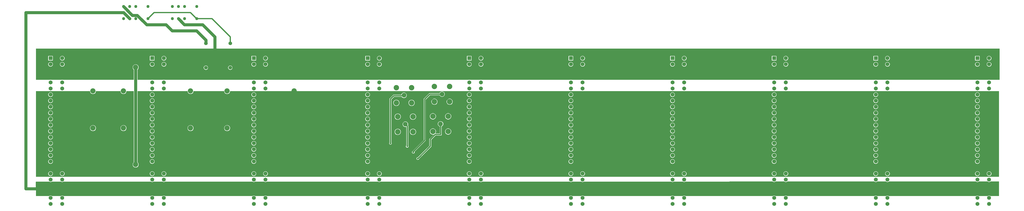
<source format=gbr>
G04 EAGLE Gerber RS-274X export*
G75*
%MOMM*%
%FSLAX34Y34*%
%LPD*%
%INTop Copper*%
%IPPOS*%
%AMOC8*
5,1,8,0,0,1.08239X$1,22.5*%
G01*
%ADD10R,1.650000X1.650000*%
%ADD11C,1.650000*%
%ADD12C,2.171700*%
%ADD13C,1.508000*%
%ADD14C,1.270000*%
%ADD15C,1.943100*%
%ADD16C,2.247900*%
%ADD17C,1.270000*%
%ADD18C,0.508000*%
%ADD19C,0.756400*%

G36*
X4153999Y507115D02*
X4153999Y507115D01*
X4154019Y507113D01*
X4154120Y507135D01*
X4154222Y507152D01*
X4154240Y507161D01*
X4154259Y507165D01*
X4154348Y507218D01*
X4154440Y507267D01*
X4154453Y507281D01*
X4154470Y507291D01*
X4154538Y507370D01*
X4154609Y507445D01*
X4154617Y507463D01*
X4154630Y507478D01*
X4154669Y507574D01*
X4154713Y507668D01*
X4154715Y507688D01*
X4154722Y507706D01*
X4154741Y507873D01*
X4154741Y865188D01*
X4154738Y865207D01*
X4154740Y865227D01*
X4154718Y865328D01*
X4154701Y865430D01*
X4154692Y865448D01*
X4154687Y865467D01*
X4154634Y865556D01*
X4154586Y865648D01*
X4154572Y865661D01*
X4154561Y865678D01*
X4154483Y865746D01*
X4154408Y865817D01*
X4154390Y865825D01*
X4154374Y865838D01*
X4154278Y865877D01*
X4154185Y865921D01*
X4154165Y865923D01*
X4154146Y865930D01*
X4153980Y865949D01*
X952944Y865949D01*
X952925Y865946D01*
X952905Y865948D01*
X952804Y865926D01*
X952702Y865909D01*
X952684Y865900D01*
X952665Y865895D01*
X952576Y865842D01*
X952484Y865794D01*
X952471Y865780D01*
X952454Y865769D01*
X952386Y865691D01*
X952315Y865616D01*
X952307Y865598D01*
X952294Y865582D01*
X952255Y865486D01*
X952211Y865393D01*
X952209Y865373D01*
X952202Y865354D01*
X952183Y865188D01*
X952183Y863677D01*
X950298Y859125D01*
X946815Y855642D01*
X942263Y853757D01*
X937337Y853757D01*
X932785Y855642D01*
X929302Y859125D01*
X927417Y863677D01*
X927417Y865188D01*
X927414Y865207D01*
X927416Y865227D01*
X927394Y865328D01*
X927377Y865430D01*
X927368Y865448D01*
X927363Y865467D01*
X927310Y865556D01*
X927262Y865648D01*
X927248Y865661D01*
X927237Y865678D01*
X927159Y865746D01*
X927084Y865817D01*
X927066Y865825D01*
X927050Y865838D01*
X926954Y865877D01*
X926861Y865921D01*
X926841Y865923D01*
X926822Y865930D01*
X926656Y865949D01*
X800544Y865949D01*
X800525Y865946D01*
X800505Y865948D01*
X800404Y865926D01*
X800302Y865909D01*
X800284Y865900D01*
X800265Y865895D01*
X800176Y865842D01*
X800084Y865794D01*
X800071Y865780D01*
X800054Y865769D01*
X799986Y865691D01*
X799915Y865616D01*
X799907Y865598D01*
X799894Y865582D01*
X799855Y865486D01*
X799811Y865393D01*
X799809Y865373D01*
X799802Y865354D01*
X799783Y865188D01*
X799783Y863677D01*
X797898Y859125D01*
X794415Y855642D01*
X789863Y853757D01*
X784937Y853757D01*
X780385Y855642D01*
X776902Y859125D01*
X775017Y863677D01*
X775017Y865188D01*
X775014Y865207D01*
X775016Y865227D01*
X774994Y865328D01*
X774977Y865430D01*
X774968Y865448D01*
X774963Y865467D01*
X774910Y865556D01*
X774862Y865648D01*
X774848Y865661D01*
X774837Y865678D01*
X774759Y865746D01*
X774684Y865817D01*
X774666Y865825D01*
X774650Y865838D01*
X774554Y865877D01*
X774461Y865921D01*
X774441Y865923D01*
X774422Y865930D01*
X774256Y865949D01*
X567436Y865949D01*
X567416Y865946D01*
X567397Y865948D01*
X567295Y865926D01*
X567193Y865909D01*
X567176Y865900D01*
X567156Y865895D01*
X567067Y865842D01*
X566976Y865794D01*
X566962Y865780D01*
X566945Y865769D01*
X566878Y865691D01*
X566806Y865616D01*
X566798Y865598D01*
X566785Y865582D01*
X566746Y865486D01*
X566703Y865393D01*
X566701Y865373D01*
X566693Y865354D01*
X566675Y865188D01*
X566675Y568753D01*
X566677Y568741D01*
X566676Y568734D01*
X566685Y568693D01*
X566689Y568663D01*
X566697Y568572D01*
X566709Y568542D01*
X566714Y568510D01*
X566757Y568430D01*
X566793Y568346D01*
X566819Y568314D01*
X566830Y568293D01*
X566853Y568271D01*
X566898Y568215D01*
X569298Y565815D01*
X571183Y561263D01*
X571183Y556337D01*
X569298Y551785D01*
X565815Y548302D01*
X561263Y546417D01*
X556337Y546417D01*
X551785Y548302D01*
X548302Y551785D01*
X546417Y556337D01*
X546417Y561263D01*
X548302Y565815D01*
X550702Y568215D01*
X550755Y568289D01*
X550815Y568358D01*
X550827Y568388D01*
X550846Y568415D01*
X550873Y568502D01*
X550907Y568586D01*
X550911Y568627D01*
X550918Y568650D01*
X550917Y568682D01*
X550925Y568753D01*
X550925Y865188D01*
X550922Y865207D01*
X550924Y865227D01*
X550902Y865328D01*
X550886Y865430D01*
X550876Y865448D01*
X550872Y865467D01*
X550819Y865556D01*
X550770Y865648D01*
X550756Y865661D01*
X550746Y865678D01*
X550667Y865746D01*
X550592Y865817D01*
X550574Y865825D01*
X550559Y865838D01*
X550463Y865877D01*
X550369Y865921D01*
X550349Y865923D01*
X550331Y865930D01*
X550164Y865949D01*
X521144Y865949D01*
X521125Y865946D01*
X521105Y865948D01*
X521004Y865926D01*
X520902Y865909D01*
X520884Y865900D01*
X520865Y865895D01*
X520776Y865842D01*
X520684Y865794D01*
X520671Y865780D01*
X520654Y865769D01*
X520586Y865691D01*
X520515Y865616D01*
X520507Y865598D01*
X520494Y865582D01*
X520455Y865486D01*
X520411Y865393D01*
X520409Y865373D01*
X520402Y865354D01*
X520383Y865188D01*
X520383Y863677D01*
X518498Y859125D01*
X515015Y855642D01*
X510463Y853757D01*
X505537Y853757D01*
X500985Y855642D01*
X497502Y859125D01*
X495617Y863677D01*
X495617Y865188D01*
X495614Y865207D01*
X495616Y865227D01*
X495594Y865328D01*
X495577Y865430D01*
X495568Y865448D01*
X495563Y865467D01*
X495510Y865556D01*
X495462Y865648D01*
X495448Y865661D01*
X495437Y865678D01*
X495359Y865746D01*
X495284Y865817D01*
X495266Y865825D01*
X495250Y865838D01*
X495154Y865877D01*
X495061Y865921D01*
X495041Y865923D01*
X495022Y865930D01*
X494856Y865949D01*
X394144Y865949D01*
X394125Y865946D01*
X394105Y865948D01*
X394004Y865926D01*
X393902Y865909D01*
X393884Y865900D01*
X393865Y865895D01*
X393776Y865842D01*
X393684Y865794D01*
X393671Y865780D01*
X393654Y865769D01*
X393586Y865691D01*
X393515Y865616D01*
X393507Y865598D01*
X393494Y865582D01*
X393455Y865486D01*
X393411Y865393D01*
X393409Y865373D01*
X393402Y865354D01*
X393383Y865188D01*
X393383Y863677D01*
X391498Y859125D01*
X388015Y855642D01*
X383463Y853757D01*
X378537Y853757D01*
X373985Y855642D01*
X370502Y859125D01*
X368617Y863677D01*
X368617Y865188D01*
X368614Y865207D01*
X368616Y865227D01*
X368594Y865328D01*
X368577Y865430D01*
X368568Y865448D01*
X368563Y865467D01*
X368510Y865556D01*
X368462Y865648D01*
X368448Y865661D01*
X368437Y865678D01*
X368359Y865746D01*
X368284Y865817D01*
X368266Y865825D01*
X368250Y865838D01*
X368154Y865877D01*
X368061Y865921D01*
X368041Y865923D01*
X368022Y865930D01*
X367856Y865949D01*
X144018Y865949D01*
X143998Y865946D01*
X143979Y865948D01*
X143877Y865926D01*
X143775Y865909D01*
X143758Y865900D01*
X143738Y865895D01*
X143649Y865842D01*
X143558Y865794D01*
X143544Y865780D01*
X143527Y865769D01*
X143460Y865691D01*
X143389Y865616D01*
X143380Y865598D01*
X143367Y865582D01*
X143328Y865486D01*
X143285Y865393D01*
X143283Y865373D01*
X143275Y865354D01*
X143257Y865188D01*
X143257Y507873D01*
X143260Y507853D01*
X143258Y507834D01*
X143280Y507732D01*
X143297Y507630D01*
X143306Y507613D01*
X143310Y507593D01*
X143363Y507504D01*
X143412Y507413D01*
X143426Y507399D01*
X143436Y507382D01*
X143515Y507315D01*
X143590Y507244D01*
X143608Y507235D01*
X143623Y507222D01*
X143719Y507183D01*
X143813Y507140D01*
X143833Y507138D01*
X143851Y507130D01*
X144018Y507112D01*
X4153980Y507112D01*
X4153999Y507115D01*
G37*
G36*
X550184Y913134D02*
X550184Y913134D01*
X550203Y913132D01*
X550305Y913154D01*
X550407Y913171D01*
X550424Y913180D01*
X550444Y913184D01*
X550533Y913237D01*
X550624Y913286D01*
X550638Y913300D01*
X550655Y913310D01*
X550722Y913389D01*
X550794Y913464D01*
X550802Y913482D01*
X550815Y913497D01*
X550854Y913593D01*
X550897Y913687D01*
X550899Y913707D01*
X550907Y913725D01*
X550925Y913892D01*
X550925Y955247D01*
X550911Y955337D01*
X550903Y955428D01*
X550891Y955458D01*
X550886Y955490D01*
X550843Y955570D01*
X550807Y955654D01*
X550781Y955686D01*
X550770Y955707D01*
X550747Y955729D01*
X550702Y955785D01*
X548302Y958185D01*
X546417Y962737D01*
X546417Y967663D01*
X548302Y972215D01*
X551785Y975698D01*
X556337Y977583D01*
X561263Y977583D01*
X565815Y975698D01*
X569298Y972215D01*
X571183Y967663D01*
X571183Y962737D01*
X569298Y958185D01*
X566898Y955785D01*
X566845Y955711D01*
X566785Y955642D01*
X566773Y955612D01*
X566754Y955585D01*
X566727Y955498D01*
X566693Y955414D01*
X566689Y955373D01*
X566682Y955350D01*
X566683Y955318D01*
X566675Y955247D01*
X566675Y913892D01*
X566678Y913872D01*
X566676Y913853D01*
X566698Y913751D01*
X566714Y913649D01*
X566724Y913632D01*
X566728Y913612D01*
X566781Y913523D01*
X566830Y913432D01*
X566844Y913418D01*
X566854Y913401D01*
X566933Y913334D01*
X567008Y913263D01*
X567026Y913254D01*
X567041Y913241D01*
X567137Y913202D01*
X567231Y913159D01*
X567251Y913157D01*
X567269Y913149D01*
X567436Y913131D01*
X4157155Y913131D01*
X4157174Y913134D01*
X4157194Y913132D01*
X4157295Y913154D01*
X4157397Y913171D01*
X4157415Y913180D01*
X4157434Y913184D01*
X4157523Y913237D01*
X4157615Y913286D01*
X4157628Y913300D01*
X4157645Y913310D01*
X4157713Y913389D01*
X4157784Y913464D01*
X4157792Y913482D01*
X4157805Y913497D01*
X4157844Y913593D01*
X4157888Y913687D01*
X4157890Y913707D01*
X4157897Y913725D01*
X4157916Y913892D01*
X4157916Y1042480D01*
X4157913Y1042499D01*
X4157915Y1042519D01*
X4157893Y1042620D01*
X4157876Y1042722D01*
X4157867Y1042740D01*
X4157862Y1042759D01*
X4157809Y1042848D01*
X4157761Y1042940D01*
X4157747Y1042953D01*
X4157736Y1042970D01*
X4157658Y1043038D01*
X4157583Y1043109D01*
X4157565Y1043117D01*
X4157549Y1043130D01*
X4157453Y1043169D01*
X4157360Y1043213D01*
X4157340Y1043215D01*
X4157321Y1043222D01*
X4157155Y1043241D01*
X144018Y1043241D01*
X143998Y1043238D01*
X143979Y1043240D01*
X143877Y1043218D01*
X143775Y1043201D01*
X143758Y1043192D01*
X143738Y1043187D01*
X143649Y1043134D01*
X143558Y1043086D01*
X143544Y1043072D01*
X143527Y1043061D01*
X143460Y1042983D01*
X143389Y1042908D01*
X143380Y1042890D01*
X143367Y1042874D01*
X143328Y1042778D01*
X143285Y1042685D01*
X143283Y1042665D01*
X143275Y1042646D01*
X143257Y1042480D01*
X143257Y913892D01*
X143260Y913872D01*
X143258Y913853D01*
X143280Y913751D01*
X143297Y913649D01*
X143306Y913632D01*
X143310Y913612D01*
X143363Y913523D01*
X143412Y913432D01*
X143426Y913418D01*
X143436Y913401D01*
X143515Y913334D01*
X143590Y913263D01*
X143608Y913254D01*
X143623Y913241D01*
X143719Y913202D01*
X143813Y913159D01*
X143833Y913157D01*
X143851Y913149D01*
X144018Y913131D01*
X550164Y913131D01*
X550184Y913134D01*
G37*
G36*
X198049Y426863D02*
X198049Y426863D01*
X198140Y426870D01*
X198170Y426882D01*
X198202Y426888D01*
X198282Y426930D01*
X198366Y426966D01*
X198398Y426992D01*
X198419Y427003D01*
X198441Y427026D01*
X198497Y427071D01*
X198813Y427387D01*
X202406Y428875D01*
X206294Y428875D01*
X209887Y427387D01*
X210203Y427071D01*
X210277Y427018D01*
X210346Y426958D01*
X210376Y426946D01*
X210403Y426927D01*
X210490Y426900D01*
X210574Y426866D01*
X210615Y426862D01*
X210638Y426855D01*
X210670Y426856D01*
X210741Y426848D01*
X246459Y426848D01*
X246549Y426863D01*
X246640Y426870D01*
X246670Y426882D01*
X246702Y426888D01*
X246782Y426930D01*
X246866Y426966D01*
X246898Y426992D01*
X246919Y427003D01*
X246941Y427026D01*
X246997Y427071D01*
X247313Y427387D01*
X250906Y428875D01*
X254794Y428875D01*
X258387Y427387D01*
X258703Y427071D01*
X258777Y427018D01*
X258846Y426958D01*
X258876Y426946D01*
X258903Y426927D01*
X258990Y426900D01*
X259074Y426866D01*
X259115Y426862D01*
X259138Y426855D01*
X259170Y426856D01*
X259241Y426848D01*
X621301Y426848D01*
X621391Y426863D01*
X621482Y426870D01*
X621511Y426882D01*
X621543Y426888D01*
X621624Y426930D01*
X621708Y426966D01*
X621740Y426992D01*
X621761Y427003D01*
X621783Y427026D01*
X621839Y427071D01*
X622155Y427387D01*
X625747Y428875D01*
X629636Y428875D01*
X633229Y427387D01*
X633545Y427071D01*
X633619Y427018D01*
X633688Y426958D01*
X633718Y426946D01*
X633744Y426927D01*
X633831Y426900D01*
X633916Y426866D01*
X633957Y426862D01*
X633979Y426855D01*
X634012Y426856D01*
X634083Y426848D01*
X669801Y426848D01*
X669891Y426863D01*
X669982Y426870D01*
X670011Y426882D01*
X670043Y426888D01*
X670124Y426930D01*
X670208Y426966D01*
X670240Y426992D01*
X670261Y427003D01*
X670283Y427026D01*
X670339Y427071D01*
X670655Y427387D01*
X674247Y428875D01*
X678136Y428875D01*
X681729Y427387D01*
X682045Y427071D01*
X682119Y427018D01*
X682188Y426958D01*
X682218Y426946D01*
X682244Y426927D01*
X682331Y426900D01*
X682416Y426866D01*
X682457Y426862D01*
X682479Y426855D01*
X682512Y426856D01*
X682583Y426848D01*
X1044642Y426848D01*
X1044733Y426863D01*
X1044823Y426870D01*
X1044853Y426882D01*
X1044885Y426888D01*
X1044966Y426930D01*
X1045050Y426966D01*
X1045082Y426992D01*
X1045103Y427003D01*
X1045125Y427026D01*
X1045181Y427071D01*
X1045497Y427387D01*
X1049089Y428875D01*
X1052978Y428875D01*
X1056571Y427387D01*
X1056886Y427071D01*
X1056960Y427018D01*
X1057030Y426958D01*
X1057060Y426946D01*
X1057086Y426927D01*
X1057173Y426900D01*
X1057258Y426866D01*
X1057299Y426862D01*
X1057321Y426855D01*
X1057353Y426856D01*
X1057425Y426848D01*
X1093142Y426848D01*
X1093233Y426863D01*
X1093323Y426870D01*
X1093353Y426882D01*
X1093385Y426888D01*
X1093466Y426930D01*
X1093550Y426966D01*
X1093582Y426992D01*
X1093603Y427003D01*
X1093625Y427026D01*
X1093681Y427071D01*
X1093997Y427387D01*
X1097589Y428875D01*
X1101478Y428875D01*
X1105071Y427387D01*
X1105386Y427071D01*
X1105460Y427018D01*
X1105530Y426958D01*
X1105560Y426946D01*
X1105586Y426927D01*
X1105673Y426900D01*
X1105758Y426866D01*
X1105799Y426862D01*
X1105821Y426855D01*
X1105853Y426856D01*
X1105925Y426848D01*
X1518784Y426848D01*
X1518874Y426863D01*
X1518965Y426870D01*
X1518995Y426882D01*
X1519027Y426888D01*
X1519108Y426930D01*
X1519192Y426966D01*
X1519224Y426992D01*
X1519244Y427003D01*
X1519267Y427026D01*
X1519323Y427071D01*
X1519638Y427387D01*
X1523231Y428875D01*
X1527120Y428875D01*
X1530712Y427387D01*
X1531028Y427071D01*
X1531102Y427018D01*
X1531172Y426958D01*
X1531202Y426946D01*
X1531228Y426927D01*
X1531315Y426900D01*
X1531400Y426866D01*
X1531441Y426862D01*
X1531463Y426855D01*
X1531495Y426856D01*
X1531567Y426848D01*
X1567284Y426848D01*
X1567374Y426863D01*
X1567465Y426870D01*
X1567495Y426882D01*
X1567527Y426888D01*
X1567608Y426930D01*
X1567692Y426966D01*
X1567724Y426992D01*
X1567744Y427003D01*
X1567767Y427026D01*
X1567823Y427071D01*
X1568138Y427387D01*
X1571731Y428875D01*
X1575620Y428875D01*
X1579212Y427387D01*
X1579528Y427071D01*
X1579602Y427018D01*
X1579672Y426958D01*
X1579702Y426946D01*
X1579728Y426927D01*
X1579815Y426900D01*
X1579900Y426866D01*
X1579941Y426862D01*
X1579963Y426855D01*
X1579995Y426856D01*
X1580067Y426848D01*
X1942126Y426848D01*
X1942216Y426863D01*
X1942307Y426870D01*
X1942337Y426882D01*
X1942369Y426888D01*
X1942449Y426930D01*
X1942533Y426966D01*
X1942565Y426992D01*
X1942586Y427003D01*
X1942608Y427026D01*
X1942664Y427071D01*
X1942980Y427387D01*
X1946573Y428875D01*
X1950462Y428875D01*
X1954054Y427387D01*
X1954370Y427071D01*
X1954444Y427018D01*
X1954513Y426958D01*
X1954544Y426946D01*
X1954570Y426927D01*
X1954657Y426900D01*
X1954742Y426866D01*
X1954783Y426862D01*
X1954805Y426855D01*
X1954837Y426856D01*
X1954908Y426848D01*
X1990626Y426848D01*
X1990716Y426863D01*
X1990807Y426870D01*
X1990837Y426882D01*
X1990869Y426888D01*
X1990949Y426930D01*
X1991033Y426966D01*
X1991065Y426992D01*
X1991086Y427003D01*
X1991108Y427026D01*
X1991164Y427071D01*
X1991480Y427387D01*
X1995073Y428875D01*
X1998962Y428875D01*
X2002554Y427387D01*
X2002870Y427071D01*
X2002944Y427018D01*
X2003013Y426958D01*
X2003044Y426946D01*
X2003070Y426927D01*
X2003157Y426900D01*
X2003242Y426866D01*
X2003283Y426862D01*
X2003305Y426855D01*
X2003337Y426856D01*
X2003408Y426848D01*
X2365468Y426848D01*
X2365558Y426863D01*
X2365649Y426870D01*
X2365679Y426882D01*
X2365711Y426888D01*
X2365791Y426930D01*
X2365875Y426966D01*
X2365907Y426992D01*
X2365928Y427003D01*
X2365950Y427026D01*
X2366006Y427071D01*
X2366322Y427387D01*
X2369915Y428875D01*
X2373803Y428875D01*
X2377396Y427387D01*
X2377712Y427071D01*
X2377786Y427018D01*
X2377855Y426958D01*
X2377885Y426946D01*
X2377912Y426927D01*
X2377999Y426900D01*
X2378083Y426866D01*
X2378124Y426862D01*
X2378147Y426855D01*
X2378179Y426856D01*
X2378250Y426848D01*
X2413968Y426848D01*
X2414058Y426863D01*
X2414149Y426870D01*
X2414179Y426882D01*
X2414211Y426888D01*
X2414291Y426930D01*
X2414375Y426966D01*
X2414407Y426992D01*
X2414428Y427003D01*
X2414450Y427026D01*
X2414506Y427071D01*
X2414822Y427387D01*
X2418415Y428875D01*
X2422303Y428875D01*
X2425896Y427387D01*
X2426212Y427071D01*
X2426286Y427018D01*
X2426355Y426958D01*
X2426385Y426946D01*
X2426412Y426927D01*
X2426499Y426900D01*
X2426583Y426866D01*
X2426624Y426862D01*
X2426647Y426855D01*
X2426679Y426856D01*
X2426750Y426848D01*
X2788810Y426848D01*
X2788900Y426863D01*
X2788991Y426870D01*
X2789020Y426882D01*
X2789052Y426888D01*
X2789133Y426930D01*
X2789217Y426966D01*
X2789249Y426992D01*
X2789270Y427003D01*
X2789292Y427026D01*
X2789348Y427071D01*
X2789664Y427387D01*
X2793256Y428875D01*
X2797145Y428875D01*
X2800738Y427387D01*
X2801054Y427071D01*
X2801128Y427018D01*
X2801197Y426958D01*
X2801227Y426946D01*
X2801253Y426927D01*
X2801340Y426900D01*
X2801425Y426866D01*
X2801466Y426862D01*
X2801488Y426855D01*
X2801521Y426856D01*
X2801592Y426848D01*
X2837310Y426848D01*
X2837400Y426863D01*
X2837491Y426870D01*
X2837520Y426882D01*
X2837552Y426888D01*
X2837633Y426930D01*
X2837717Y426966D01*
X2837749Y426992D01*
X2837770Y427003D01*
X2837792Y427026D01*
X2837848Y427071D01*
X2838164Y427387D01*
X2841756Y428875D01*
X2845645Y428875D01*
X2849238Y427387D01*
X2849554Y427071D01*
X2849628Y427018D01*
X2849697Y426958D01*
X2849727Y426946D01*
X2849753Y426927D01*
X2849840Y426900D01*
X2849925Y426866D01*
X2849966Y426862D01*
X2849988Y426855D01*
X2850021Y426856D01*
X2850092Y426848D01*
X3212151Y426848D01*
X3212242Y426863D01*
X3212332Y426870D01*
X3212362Y426882D01*
X3212394Y426888D01*
X3212475Y426930D01*
X3212559Y426966D01*
X3212591Y426992D01*
X3212612Y427003D01*
X3212634Y427026D01*
X3212690Y427071D01*
X3213006Y427387D01*
X3216598Y428875D01*
X3220487Y428875D01*
X3224080Y427387D01*
X3224395Y427071D01*
X3224469Y427018D01*
X3224539Y426958D01*
X3224569Y426946D01*
X3224595Y426927D01*
X3224682Y426900D01*
X3224767Y426866D01*
X3224808Y426862D01*
X3224830Y426855D01*
X3224862Y426856D01*
X3224934Y426848D01*
X3260651Y426848D01*
X3260742Y426863D01*
X3260832Y426870D01*
X3260862Y426882D01*
X3260894Y426888D01*
X3260975Y426930D01*
X3261059Y426966D01*
X3261091Y426992D01*
X3261112Y427003D01*
X3261134Y427026D01*
X3261190Y427071D01*
X3261506Y427387D01*
X3265098Y428875D01*
X3268987Y428875D01*
X3272580Y427387D01*
X3272895Y427071D01*
X3272969Y427018D01*
X3273039Y426958D01*
X3273069Y426946D01*
X3273095Y426927D01*
X3273182Y426900D01*
X3273267Y426866D01*
X3273308Y426862D01*
X3273330Y426855D01*
X3273362Y426856D01*
X3273434Y426848D01*
X3635501Y426848D01*
X3635591Y426863D01*
X3635682Y426870D01*
X3635712Y426882D01*
X3635744Y426888D01*
X3635824Y426930D01*
X3635908Y426966D01*
X3635940Y426992D01*
X3635961Y427003D01*
X3635983Y427026D01*
X3636039Y427071D01*
X3636355Y427387D01*
X3639948Y428875D01*
X3643836Y428875D01*
X3647429Y427387D01*
X3647745Y427071D01*
X3647819Y427018D01*
X3647888Y426958D01*
X3647918Y426946D01*
X3647945Y426927D01*
X3648032Y426900D01*
X3648116Y426866D01*
X3648157Y426862D01*
X3648180Y426855D01*
X3648212Y426856D01*
X3648283Y426848D01*
X3684001Y426848D01*
X3684091Y426863D01*
X3684182Y426870D01*
X3684212Y426882D01*
X3684244Y426888D01*
X3684324Y426930D01*
X3684408Y426966D01*
X3684440Y426992D01*
X3684461Y427003D01*
X3684483Y427026D01*
X3684539Y427071D01*
X3684855Y427387D01*
X3688448Y428875D01*
X3692336Y428875D01*
X3695929Y427387D01*
X3696245Y427071D01*
X3696319Y427018D01*
X3696388Y426958D01*
X3696418Y426946D01*
X3696445Y426927D01*
X3696532Y426900D01*
X3696616Y426866D01*
X3696657Y426862D01*
X3696680Y426855D01*
X3696712Y426856D01*
X3696783Y426848D01*
X4058835Y426848D01*
X4058925Y426863D01*
X4059016Y426870D01*
X4059046Y426882D01*
X4059078Y426888D01*
X4059158Y426930D01*
X4059242Y426966D01*
X4059274Y426992D01*
X4059295Y427003D01*
X4059317Y427026D01*
X4059373Y427071D01*
X4059689Y427387D01*
X4063282Y428875D01*
X4067171Y428875D01*
X4070763Y427387D01*
X4071079Y427071D01*
X4071153Y427018D01*
X4071222Y426958D01*
X4071253Y426946D01*
X4071279Y426927D01*
X4071366Y426900D01*
X4071451Y426866D01*
X4071492Y426862D01*
X4071514Y426855D01*
X4071546Y426856D01*
X4071617Y426848D01*
X4107335Y426848D01*
X4107425Y426863D01*
X4107516Y426870D01*
X4107546Y426882D01*
X4107578Y426888D01*
X4107658Y426930D01*
X4107742Y426966D01*
X4107774Y426992D01*
X4107795Y427003D01*
X4107817Y427026D01*
X4107873Y427071D01*
X4108189Y427387D01*
X4111782Y428875D01*
X4115671Y428875D01*
X4119263Y427387D01*
X4119579Y427071D01*
X4119653Y427018D01*
X4119722Y426958D01*
X4119753Y426946D01*
X4119779Y426927D01*
X4119866Y426900D01*
X4119951Y426866D01*
X4119992Y426862D01*
X4120014Y426855D01*
X4120046Y426856D01*
X4120117Y426848D01*
X4154678Y426848D01*
X4154698Y426851D01*
X4154718Y426849D01*
X4154819Y426871D01*
X4154921Y426888D01*
X4154939Y426897D01*
X4154958Y426901D01*
X4155047Y426954D01*
X4155138Y427003D01*
X4155152Y427017D01*
X4155169Y427027D01*
X4155237Y427106D01*
X4155308Y427181D01*
X4155316Y427199D01*
X4155329Y427214D01*
X4155368Y427310D01*
X4155411Y427404D01*
X4155414Y427424D01*
X4155421Y427442D01*
X4155439Y427609D01*
X4155439Y487185D01*
X4155436Y487205D01*
X4155438Y487224D01*
X4155416Y487326D01*
X4155400Y487428D01*
X4155390Y487445D01*
X4155386Y487465D01*
X4155333Y487554D01*
X4155285Y487645D01*
X4155270Y487659D01*
X4155260Y487676D01*
X4155181Y487743D01*
X4155106Y487814D01*
X4155088Y487823D01*
X4155073Y487836D01*
X4154977Y487874D01*
X4154883Y487918D01*
X4154863Y487920D01*
X4154845Y487928D01*
X4154678Y487946D01*
X4120502Y487937D01*
X4120412Y487923D01*
X4120322Y487916D01*
X4120292Y487903D01*
X4120260Y487898D01*
X4120179Y487855D01*
X4120095Y487819D01*
X4120063Y487794D01*
X4120042Y487783D01*
X4120020Y487759D01*
X4119964Y487714D01*
X4119263Y487013D01*
X4115671Y485525D01*
X4111782Y485525D01*
X4108189Y487013D01*
X4107492Y487711D01*
X4107417Y487764D01*
X4107348Y487824D01*
X4107318Y487836D01*
X4107292Y487855D01*
X4107205Y487881D01*
X4107120Y487916D01*
X4107079Y487920D01*
X4107057Y487927D01*
X4107024Y487926D01*
X4106953Y487934D01*
X4071990Y487925D01*
X4071900Y487910D01*
X4071809Y487903D01*
X4071779Y487891D01*
X4071747Y487885D01*
X4071667Y487843D01*
X4071583Y487807D01*
X4071551Y487781D01*
X4071530Y487770D01*
X4071508Y487747D01*
X4071452Y487702D01*
X4070763Y487013D01*
X4067171Y485525D01*
X4063282Y485525D01*
X4059689Y487013D01*
X4059004Y487699D01*
X4058930Y487752D01*
X4058860Y487812D01*
X4058830Y487824D01*
X4058804Y487842D01*
X4058717Y487869D01*
X4058632Y487903D01*
X4058591Y487908D01*
X4058569Y487915D01*
X4058537Y487914D01*
X4058465Y487922D01*
X3697062Y487831D01*
X3696972Y487816D01*
X3696881Y487809D01*
X3696851Y487796D01*
X3696819Y487791D01*
X3696738Y487748D01*
X3696654Y487713D01*
X3696622Y487687D01*
X3696601Y487676D01*
X3696579Y487653D01*
X3696523Y487608D01*
X3695929Y487013D01*
X3692336Y485525D01*
X3688448Y485525D01*
X3684855Y487013D01*
X3684264Y487605D01*
X3684190Y487658D01*
X3684120Y487717D01*
X3684090Y487729D01*
X3684064Y487748D01*
X3683977Y487775D01*
X3683892Y487809D01*
X3683851Y487814D01*
X3683829Y487820D01*
X3683797Y487820D01*
X3683725Y487827D01*
X3648549Y487819D01*
X3648459Y487804D01*
X3648369Y487797D01*
X3648339Y487784D01*
X3648307Y487779D01*
X3648226Y487736D01*
X3648142Y487700D01*
X3648110Y487675D01*
X3648089Y487664D01*
X3648067Y487640D01*
X3648011Y487596D01*
X3647429Y487013D01*
X3643836Y485525D01*
X3639948Y485525D01*
X3636355Y487013D01*
X3635776Y487592D01*
X3635702Y487646D01*
X3635633Y487705D01*
X3635603Y487717D01*
X3635576Y487736D01*
X3635489Y487763D01*
X3635404Y487797D01*
X3635364Y487801D01*
X3635341Y487808D01*
X3635309Y487807D01*
X3635238Y487815D01*
X3273606Y487724D01*
X3273516Y487710D01*
X3273425Y487702D01*
X3273395Y487690D01*
X3273363Y487684D01*
X3273282Y487642D01*
X3273198Y487606D01*
X3273166Y487580D01*
X3273145Y487569D01*
X3273123Y487546D01*
X3273067Y487501D01*
X3272580Y487013D01*
X3268987Y485525D01*
X3265098Y485525D01*
X3261506Y487013D01*
X3261021Y487498D01*
X3260947Y487551D01*
X3260877Y487611D01*
X3260847Y487623D01*
X3260821Y487642D01*
X3260734Y487668D01*
X3260649Y487703D01*
X3260609Y487707D01*
X3260586Y487714D01*
X3260554Y487713D01*
X3260483Y487721D01*
X3225093Y487712D01*
X3225003Y487697D01*
X3224913Y487690D01*
X3224883Y487677D01*
X3224851Y487672D01*
X3224770Y487630D01*
X3224686Y487594D01*
X3224654Y487568D01*
X3224633Y487557D01*
X3224611Y487534D01*
X3224555Y487489D01*
X3224080Y487013D01*
X3220487Y485525D01*
X3216598Y485525D01*
X3213006Y487013D01*
X3212533Y487486D01*
X3212459Y487539D01*
X3212390Y487598D01*
X3212360Y487611D01*
X3212334Y487629D01*
X3212246Y487656D01*
X3212161Y487690D01*
X3212121Y487695D01*
X3212098Y487702D01*
X3212066Y487701D01*
X3211995Y487709D01*
X2850157Y487618D01*
X2850067Y487603D01*
X2849976Y487596D01*
X2849947Y487583D01*
X2849914Y487578D01*
X2849834Y487535D01*
X2849750Y487500D01*
X2849718Y487474D01*
X2849697Y487463D01*
X2849675Y487439D01*
X2849619Y487395D01*
X2849238Y487013D01*
X2845645Y485525D01*
X2841756Y485525D01*
X2838164Y487013D01*
X2837786Y487391D01*
X2837712Y487445D01*
X2837642Y487504D01*
X2837612Y487516D01*
X2837586Y487535D01*
X2837499Y487562D01*
X2837414Y487596D01*
X2837373Y487600D01*
X2837351Y487607D01*
X2837319Y487607D01*
X2837247Y487614D01*
X2801645Y487605D01*
X2801555Y487591D01*
X2801464Y487584D01*
X2801434Y487571D01*
X2801402Y487566D01*
X2801322Y487523D01*
X2801238Y487487D01*
X2801206Y487462D01*
X2801185Y487451D01*
X2801163Y487427D01*
X2801107Y487383D01*
X2800738Y487013D01*
X2797145Y485525D01*
X2793256Y485525D01*
X2789664Y487013D01*
X2789298Y487379D01*
X2789224Y487433D01*
X2789154Y487492D01*
X2789124Y487504D01*
X2789098Y487523D01*
X2789011Y487550D01*
X2788926Y487584D01*
X2788886Y487588D01*
X2788863Y487595D01*
X2788831Y487594D01*
X2788760Y487602D01*
X2426709Y487511D01*
X2426619Y487496D01*
X2426528Y487489D01*
X2426498Y487477D01*
X2426466Y487471D01*
X2426386Y487429D01*
X2426302Y487393D01*
X2426269Y487367D01*
X2426249Y487356D01*
X2426226Y487333D01*
X2426171Y487288D01*
X2425896Y487013D01*
X2422303Y485525D01*
X2418415Y485525D01*
X2414822Y487013D01*
X2414550Y487285D01*
X2414476Y487338D01*
X2414407Y487398D01*
X2414377Y487410D01*
X2414351Y487428D01*
X2414264Y487455D01*
X2414179Y487489D01*
X2414138Y487494D01*
X2414116Y487501D01*
X2414083Y487500D01*
X2414012Y487508D01*
X2378197Y487499D01*
X2378107Y487484D01*
X2378016Y487477D01*
X2377986Y487464D01*
X2377954Y487459D01*
X2377873Y487416D01*
X2377789Y487381D01*
X2377757Y487355D01*
X2377736Y487344D01*
X2377714Y487321D01*
X2377658Y487276D01*
X2377396Y487013D01*
X2373803Y485525D01*
X2369915Y485525D01*
X2366322Y487013D01*
X2366063Y487273D01*
X2365989Y487326D01*
X2365919Y487385D01*
X2365889Y487397D01*
X2365863Y487416D01*
X2365776Y487443D01*
X2365691Y487477D01*
X2365650Y487482D01*
X2365628Y487489D01*
X2365596Y487488D01*
X2365524Y487496D01*
X2003260Y487405D01*
X2003170Y487390D01*
X2003080Y487383D01*
X2003050Y487370D01*
X2003018Y487365D01*
X2002937Y487322D01*
X2002853Y487286D01*
X2002821Y487261D01*
X2002800Y487250D01*
X2002778Y487226D01*
X2002722Y487182D01*
X2002554Y487013D01*
X1998962Y485525D01*
X1995073Y485525D01*
X1991480Y487013D01*
X1991315Y487178D01*
X1991241Y487232D01*
X1991172Y487291D01*
X1991142Y487303D01*
X1991116Y487322D01*
X1991028Y487349D01*
X1990943Y487383D01*
X1990903Y487387D01*
X1990880Y487394D01*
X1990848Y487393D01*
X1990777Y487401D01*
X1954748Y487392D01*
X1954658Y487378D01*
X1954567Y487370D01*
X1954538Y487358D01*
X1954505Y487352D01*
X1954425Y487310D01*
X1954341Y487274D01*
X1954309Y487248D01*
X1954288Y487237D01*
X1954266Y487214D01*
X1954210Y487169D01*
X1954054Y487013D01*
X1950462Y485525D01*
X1946573Y485525D01*
X1942980Y487013D01*
X1942827Y487166D01*
X1942753Y487219D01*
X1942684Y487279D01*
X1942654Y487291D01*
X1942628Y487310D01*
X1942540Y487337D01*
X1942456Y487371D01*
X1942415Y487375D01*
X1942393Y487382D01*
X1942360Y487381D01*
X1942289Y487389D01*
X1579812Y487298D01*
X1579722Y487283D01*
X1579631Y487276D01*
X1579601Y487263D01*
X1579569Y487258D01*
X1579489Y487215D01*
X1579405Y487180D01*
X1579373Y487154D01*
X1579352Y487143D01*
X1579330Y487120D01*
X1579274Y487075D01*
X1579212Y487013D01*
X1575620Y485525D01*
X1571731Y485525D01*
X1568138Y487013D01*
X1568080Y487072D01*
X1568006Y487125D01*
X1567936Y487185D01*
X1567906Y487197D01*
X1567880Y487215D01*
X1567793Y487242D01*
X1567708Y487276D01*
X1567668Y487281D01*
X1567645Y487288D01*
X1567613Y487287D01*
X1567541Y487295D01*
X1531300Y487286D01*
X1531210Y487271D01*
X1531119Y487264D01*
X1531089Y487251D01*
X1531057Y487246D01*
X1530977Y487203D01*
X1530893Y487168D01*
X1530861Y487142D01*
X1530840Y487131D01*
X1530817Y487107D01*
X1530762Y487063D01*
X1530712Y487013D01*
X1527120Y485525D01*
X1523231Y485525D01*
X1519638Y487013D01*
X1519592Y487060D01*
X1519518Y487113D01*
X1519449Y487172D01*
X1519419Y487184D01*
X1519393Y487203D01*
X1519305Y487230D01*
X1519220Y487264D01*
X1519180Y487269D01*
X1519157Y487276D01*
X1519125Y487275D01*
X1519054Y487283D01*
X1105551Y487179D01*
X1105461Y487164D01*
X1105370Y487157D01*
X1105340Y487144D01*
X1105308Y487139D01*
X1105228Y487096D01*
X1105144Y487060D01*
X1105111Y487035D01*
X1105091Y487024D01*
X1105088Y487021D01*
X1101478Y485525D01*
X1097589Y485525D01*
X1093954Y487031D01*
X1093914Y487065D01*
X1093884Y487077D01*
X1093858Y487096D01*
X1093770Y487123D01*
X1093686Y487157D01*
X1093645Y487162D01*
X1093623Y487168D01*
X1093591Y487168D01*
X1093519Y487176D01*
X1057039Y487166D01*
X1056949Y487152D01*
X1056858Y487144D01*
X1056828Y487132D01*
X1056796Y487127D01*
X1056715Y487084D01*
X1056631Y487048D01*
X1056607Y487028D01*
X1052978Y485525D01*
X1049089Y485525D01*
X1045450Y487033D01*
X1045426Y487053D01*
X1045396Y487065D01*
X1045370Y487084D01*
X1045283Y487111D01*
X1045198Y487145D01*
X1045157Y487149D01*
X1045135Y487156D01*
X1045103Y487155D01*
X1045031Y487163D01*
X682021Y487072D01*
X681957Y487061D01*
X681891Y487061D01*
X681811Y487037D01*
X681779Y487032D01*
X681762Y487023D01*
X681730Y487014D01*
X678136Y485525D01*
X674247Y485525D01*
X670660Y487011D01*
X670596Y487026D01*
X670536Y487051D01*
X670453Y487060D01*
X670421Y487067D01*
X670402Y487065D01*
X670369Y487069D01*
X633492Y487060D01*
X633427Y487049D01*
X633362Y487049D01*
X633282Y487025D01*
X633249Y487020D01*
X633232Y487011D01*
X633201Y487002D01*
X629636Y485525D01*
X625747Y485525D01*
X622190Y486999D01*
X622126Y487014D01*
X622065Y487038D01*
X621982Y487048D01*
X621950Y487055D01*
X621931Y487053D01*
X621898Y487057D01*
X258422Y486965D01*
X258358Y486955D01*
X258292Y486954D01*
X258212Y486931D01*
X258179Y486926D01*
X258162Y486917D01*
X258131Y486907D01*
X254794Y485525D01*
X250906Y485525D01*
X247576Y486905D01*
X247512Y486920D01*
X247451Y486944D01*
X247368Y486953D01*
X247336Y486961D01*
X247317Y486959D01*
X247284Y486963D01*
X209893Y486953D01*
X209828Y486943D01*
X209763Y486942D01*
X209682Y486919D01*
X209650Y486913D01*
X209633Y486904D01*
X209602Y486895D01*
X206294Y485525D01*
X202406Y485525D01*
X199105Y486892D01*
X199041Y486907D01*
X198980Y486932D01*
X198898Y486941D01*
X198866Y486949D01*
X198846Y486947D01*
X198814Y486950D01*
X143825Y486937D01*
X143802Y486933D01*
X143779Y486935D01*
X143681Y486913D01*
X143582Y486897D01*
X143562Y486886D01*
X143539Y486881D01*
X143454Y486829D01*
X143365Y486782D01*
X143349Y486765D01*
X143329Y486753D01*
X143265Y486676D01*
X143196Y486603D01*
X143186Y486582D01*
X143171Y486564D01*
X143134Y486471D01*
X143092Y486380D01*
X143089Y486357D01*
X143081Y486336D01*
X143064Y486169D01*
X143574Y427602D01*
X143577Y427586D01*
X143575Y427570D01*
X143598Y427465D01*
X143616Y427360D01*
X143624Y427345D01*
X143628Y427329D01*
X143682Y427237D01*
X143733Y427144D01*
X143745Y427132D01*
X143754Y427118D01*
X143835Y427049D01*
X143913Y426976D01*
X143928Y426969D01*
X143941Y426958D01*
X144040Y426918D01*
X144137Y426874D01*
X144153Y426872D01*
X144169Y426866D01*
X144336Y426848D01*
X197959Y426848D01*
X198049Y426863D01*
G37*
%LPC*%
G36*
X1713127Y604547D02*
X1713127Y604547D01*
X1710019Y607656D01*
X1710019Y612052D01*
X1711038Y613071D01*
X1711091Y613145D01*
X1711150Y613215D01*
X1711163Y613245D01*
X1711181Y613271D01*
X1711208Y613358D01*
X1711242Y613443D01*
X1711247Y613484D01*
X1711254Y613506D01*
X1711253Y613538D01*
X1711261Y613609D01*
X1711261Y614497D01*
X1758625Y661861D01*
X1758678Y661935D01*
X1758712Y661975D01*
X1758716Y661979D01*
X1758716Y661980D01*
X1758737Y662004D01*
X1758749Y662034D01*
X1758768Y662060D01*
X1758795Y662147D01*
X1758800Y662159D01*
X1758820Y662202D01*
X1758821Y662211D01*
X1758829Y662232D01*
X1758834Y662273D01*
X1758841Y662296D01*
X1758840Y662328D01*
X1758848Y662399D01*
X1758848Y834092D01*
X1781854Y857098D01*
X1824108Y857098D01*
X1824223Y857117D01*
X1824339Y857134D01*
X1824344Y857137D01*
X1824351Y857138D01*
X1824453Y857192D01*
X1824558Y857246D01*
X1824563Y857250D01*
X1824568Y857253D01*
X1824648Y857337D01*
X1824730Y857421D01*
X1824734Y857428D01*
X1824737Y857432D01*
X1824745Y857448D01*
X1824811Y857568D01*
X1825570Y859401D01*
X1828732Y862563D01*
X1832863Y864274D01*
X1837335Y864274D01*
X1841466Y862563D01*
X1844628Y859401D01*
X1846339Y855269D01*
X1846339Y850798D01*
X1844628Y846666D01*
X1841466Y843505D01*
X1837335Y841793D01*
X1832863Y841793D01*
X1828732Y843505D01*
X1825570Y846666D01*
X1824811Y848499D01*
X1824750Y848598D01*
X1824690Y848699D01*
X1824685Y848703D01*
X1824682Y848708D01*
X1824592Y848782D01*
X1824503Y848858D01*
X1824497Y848861D01*
X1824492Y848865D01*
X1824384Y848906D01*
X1824275Y848950D01*
X1824267Y848951D01*
X1824262Y848953D01*
X1824244Y848954D01*
X1824108Y848969D01*
X1785536Y848969D01*
X1785446Y848954D01*
X1785355Y848947D01*
X1785325Y848934D01*
X1785293Y848929D01*
X1785213Y848886D01*
X1785129Y848851D01*
X1785097Y848825D01*
X1785076Y848814D01*
X1785054Y848791D01*
X1784998Y848746D01*
X1767200Y830948D01*
X1767147Y830874D01*
X1767088Y830805D01*
X1767075Y830775D01*
X1767057Y830748D01*
X1767030Y830661D01*
X1766996Y830577D01*
X1766991Y830536D01*
X1766984Y830513D01*
X1766985Y830481D01*
X1766977Y830410D01*
X1766977Y658716D01*
X1720855Y612594D01*
X1720802Y612520D01*
X1720743Y612451D01*
X1720730Y612421D01*
X1720712Y612395D01*
X1720685Y612308D01*
X1720651Y612223D01*
X1720646Y612182D01*
X1720639Y612160D01*
X1720640Y612127D01*
X1720632Y612056D01*
X1720632Y607656D01*
X1717524Y604547D01*
X1713127Y604547D01*
G37*
%LPD*%
%LPC*%
G36*
X1731606Y578507D02*
X1731606Y578507D01*
X1728497Y581616D01*
X1728497Y586012D01*
X1731606Y589121D01*
X1734185Y589121D01*
X1734275Y589135D01*
X1734366Y589143D01*
X1734396Y589155D01*
X1734428Y589160D01*
X1734508Y589203D01*
X1734592Y589239D01*
X1734624Y589265D01*
X1734645Y589276D01*
X1734667Y589299D01*
X1734723Y589344D01*
X1781840Y636461D01*
X1781893Y636535D01*
X1781953Y636604D01*
X1781965Y636634D01*
X1781984Y636660D01*
X1782011Y636747D01*
X1782045Y636832D01*
X1782049Y636873D01*
X1782056Y636896D01*
X1782055Y636928D01*
X1782063Y636999D01*
X1782063Y665640D01*
X1784444Y668021D01*
X1784485Y668021D01*
X1784575Y668036D01*
X1784666Y668043D01*
X1784695Y668055D01*
X1784727Y668061D01*
X1784808Y668103D01*
X1784892Y668139D01*
X1784924Y668165D01*
X1784945Y668176D01*
X1784967Y668199D01*
X1785023Y668244D01*
X1799488Y682709D01*
X1799530Y682767D01*
X1799580Y682819D01*
X1799602Y682867D01*
X1799632Y682909D01*
X1799653Y682977D01*
X1799683Y683042D01*
X1799689Y683094D01*
X1799704Y683144D01*
X1799702Y683216D01*
X1799710Y683287D01*
X1799699Y683338D01*
X1799698Y683390D01*
X1799673Y683457D01*
X1799658Y683527D01*
X1799631Y683572D01*
X1799613Y683621D01*
X1799569Y683677D01*
X1799532Y683738D01*
X1799492Y683772D01*
X1799460Y683813D01*
X1799399Y683852D01*
X1799345Y683898D01*
X1799297Y683918D01*
X1799253Y683946D01*
X1799183Y683963D01*
X1799117Y683990D01*
X1799045Y683998D01*
X1799014Y684006D01*
X1798991Y684004D01*
X1798950Y684009D01*
X1794409Y684009D01*
X1789718Y685952D01*
X1786127Y689542D01*
X1784184Y694234D01*
X1784184Y699312D01*
X1786127Y704003D01*
X1789718Y707594D01*
X1794409Y709537D01*
X1799487Y709537D01*
X1804179Y707594D01*
X1807769Y704003D01*
X1809713Y699312D01*
X1809713Y694234D01*
X1807732Y689453D01*
X1807724Y689442D01*
X1807714Y689409D01*
X1807711Y689403D01*
X1807709Y689394D01*
X1807703Y689373D01*
X1807672Y689307D01*
X1807667Y689256D01*
X1807651Y689207D01*
X1807653Y689134D01*
X1807645Y689062D01*
X1807656Y689012D01*
X1807657Y688961D01*
X1807682Y688893D01*
X1807697Y688822D01*
X1807724Y688778D01*
X1807741Y688730D01*
X1807787Y688673D01*
X1807824Y688611D01*
X1807863Y688578D01*
X1807895Y688537D01*
X1807956Y688498D01*
X1808011Y688451D01*
X1808058Y688432D01*
X1808102Y688404D01*
X1808172Y688386D01*
X1808239Y688359D01*
X1808309Y688351D01*
X1808340Y688344D01*
X1808364Y688345D01*
X1808405Y688341D01*
X1824838Y688341D01*
X1824857Y688344D01*
X1824877Y688342D01*
X1824978Y688364D01*
X1825080Y688380D01*
X1825098Y688390D01*
X1825117Y688394D01*
X1825206Y688447D01*
X1825298Y688496D01*
X1825311Y688510D01*
X1825329Y688520D01*
X1825396Y688599D01*
X1825467Y688674D01*
X1825475Y688692D01*
X1825488Y688707D01*
X1825527Y688803D01*
X1825571Y688897D01*
X1825573Y688917D01*
X1825580Y688935D01*
X1825599Y689102D01*
X1825599Y717132D01*
X1825580Y717246D01*
X1825563Y717363D01*
X1825560Y717368D01*
X1825559Y717374D01*
X1825505Y717477D01*
X1825451Y717582D01*
X1825447Y717586D01*
X1825444Y717592D01*
X1825360Y717672D01*
X1825276Y717754D01*
X1825269Y717758D01*
X1825266Y717761D01*
X1825249Y717769D01*
X1825129Y717835D01*
X1822331Y718994D01*
X1819169Y722156D01*
X1817458Y726287D01*
X1817458Y730759D01*
X1819169Y734890D01*
X1822331Y738052D01*
X1826463Y739763D01*
X1830934Y739763D01*
X1835066Y738052D01*
X1838227Y734890D01*
X1839939Y730759D01*
X1839939Y726287D01*
X1838227Y722156D01*
X1835066Y718994D01*
X1834198Y718635D01*
X1834098Y718573D01*
X1833999Y718513D01*
X1833995Y718508D01*
X1833989Y718505D01*
X1833914Y718414D01*
X1833839Y718326D01*
X1833836Y718320D01*
X1833832Y718316D01*
X1833790Y718206D01*
X1833747Y718098D01*
X1833746Y718090D01*
X1833744Y718086D01*
X1833743Y718068D01*
X1833728Y717931D01*
X1833728Y682592D01*
X1831347Y680211D01*
X1808803Y680211D01*
X1808712Y680196D01*
X1808622Y680189D01*
X1808592Y680177D01*
X1808560Y680171D01*
X1808479Y680129D01*
X1808395Y680093D01*
X1808363Y680067D01*
X1808342Y680056D01*
X1808320Y680033D01*
X1808264Y679988D01*
X1790416Y662140D01*
X1790363Y662066D01*
X1790303Y661996D01*
X1790291Y661966D01*
X1790272Y661940D01*
X1790245Y661853D01*
X1790211Y661768D01*
X1790207Y661727D01*
X1790200Y661705D01*
X1790201Y661673D01*
X1790193Y661601D01*
X1790193Y633316D01*
X1739334Y582457D01*
X1739281Y582383D01*
X1739221Y582314D01*
X1739209Y582284D01*
X1739190Y582258D01*
X1739163Y582171D01*
X1739129Y582086D01*
X1739125Y582045D01*
X1739118Y582023D01*
X1739119Y581990D01*
X1739111Y581919D01*
X1739111Y581616D01*
X1736002Y578507D01*
X1731606Y578507D01*
G37*
%LPD*%
%LPC*%
G36*
X1617763Y642139D02*
X1617763Y642139D01*
X1614654Y645248D01*
X1614654Y649644D01*
X1615673Y650663D01*
X1615727Y650737D01*
X1615786Y650807D01*
X1615798Y650837D01*
X1615817Y650863D01*
X1615844Y650950D01*
X1615878Y651035D01*
X1615883Y651076D01*
X1615889Y651098D01*
X1615889Y651130D01*
X1615896Y651201D01*
X1615896Y834092D01*
X1632146Y850342D01*
X1664576Y850342D01*
X1664691Y850361D01*
X1664807Y850378D01*
X1664812Y850381D01*
X1664818Y850382D01*
X1664921Y850436D01*
X1665026Y850489D01*
X1665030Y850494D01*
X1665036Y850497D01*
X1665116Y850581D01*
X1665198Y850665D01*
X1665202Y850672D01*
X1665205Y850675D01*
X1665213Y850692D01*
X1665279Y850812D01*
X1666922Y854778D01*
X1670084Y857940D01*
X1674215Y859651D01*
X1678687Y859651D01*
X1682818Y857940D01*
X1685980Y854778D01*
X1687691Y850647D01*
X1687691Y846175D01*
X1685980Y842044D01*
X1682818Y838882D01*
X1678687Y837171D01*
X1674215Y837171D01*
X1670084Y838882D01*
X1666976Y841989D01*
X1666902Y842043D01*
X1666833Y842102D01*
X1666802Y842114D01*
X1666776Y842133D01*
X1666689Y842160D01*
X1666604Y842194D01*
X1666564Y842199D01*
X1666541Y842205D01*
X1666509Y842205D01*
X1666438Y842212D01*
X1635829Y842212D01*
X1635738Y842198D01*
X1635648Y842191D01*
X1635618Y842178D01*
X1635586Y842173D01*
X1635505Y842130D01*
X1635421Y842094D01*
X1635389Y842069D01*
X1635368Y842058D01*
X1635346Y842034D01*
X1635290Y841989D01*
X1624249Y830948D01*
X1624196Y830874D01*
X1624136Y830805D01*
X1624124Y830775D01*
X1624105Y830748D01*
X1624079Y830661D01*
X1624044Y830577D01*
X1624040Y830536D01*
X1624033Y830513D01*
X1624034Y830481D01*
X1624026Y830410D01*
X1624026Y651201D01*
X1624041Y651111D01*
X1624048Y651020D01*
X1624060Y650991D01*
X1624066Y650959D01*
X1624108Y650878D01*
X1624144Y650794D01*
X1624170Y650762D01*
X1624181Y650741D01*
X1624204Y650719D01*
X1624249Y650663D01*
X1625268Y649644D01*
X1625268Y645248D01*
X1622159Y642139D01*
X1617763Y642139D01*
G37*
%LPD*%
%LPC*%
G36*
X1687969Y629744D02*
X1687969Y629744D01*
X1684860Y632853D01*
X1684860Y637249D01*
X1685879Y638268D01*
X1685926Y638333D01*
X1685970Y638380D01*
X1685977Y638394D01*
X1685992Y638411D01*
X1686004Y638442D01*
X1686023Y638468D01*
X1686045Y638541D01*
X1686074Y638603D01*
X1686076Y638620D01*
X1686084Y638640D01*
X1686088Y638680D01*
X1686095Y638703D01*
X1686094Y638735D01*
X1686102Y638806D01*
X1686102Y715546D01*
X1686095Y715591D01*
X1686097Y715637D01*
X1686075Y715712D01*
X1686062Y715789D01*
X1686041Y715829D01*
X1686028Y715873D01*
X1685984Y715937D01*
X1685947Y716006D01*
X1685914Y716038D01*
X1685888Y716076D01*
X1685825Y716122D01*
X1685769Y716176D01*
X1685727Y716195D01*
X1685690Y716222D01*
X1685616Y716246D01*
X1685546Y716279D01*
X1685500Y716284D01*
X1685457Y716298D01*
X1685379Y716298D01*
X1685301Y716306D01*
X1685257Y716297D01*
X1685211Y716296D01*
X1685079Y716258D01*
X1685061Y716254D01*
X1685057Y716251D01*
X1685050Y716249D01*
X1684478Y716013D01*
X1680006Y716013D01*
X1675875Y717724D01*
X1672713Y720886D01*
X1671002Y725017D01*
X1671002Y729489D01*
X1672713Y733620D01*
X1675875Y736782D01*
X1680006Y738493D01*
X1684478Y738493D01*
X1688609Y736782D01*
X1691771Y733620D01*
X1693482Y729489D01*
X1693482Y725017D01*
X1692723Y723185D01*
X1692697Y723071D01*
X1692668Y722957D01*
X1692668Y722951D01*
X1692667Y722945D01*
X1692678Y722828D01*
X1692687Y722712D01*
X1692690Y722707D01*
X1692690Y722700D01*
X1692738Y722593D01*
X1692783Y722486D01*
X1692788Y722480D01*
X1692790Y722475D01*
X1692803Y722462D01*
X1692888Y722355D01*
X1694232Y721012D01*
X1694232Y638806D01*
X1694235Y638787D01*
X1694233Y638769D01*
X1694248Y638699D01*
X1694253Y638625D01*
X1694266Y638595D01*
X1694271Y638564D01*
X1694281Y638545D01*
X1694285Y638528D01*
X1694319Y638471D01*
X1694350Y638399D01*
X1694375Y638367D01*
X1694386Y638346D01*
X1694403Y638330D01*
X1694411Y638317D01*
X1694424Y638306D01*
X1694455Y638268D01*
X1695474Y637249D01*
X1695474Y632853D01*
X1692365Y629744D01*
X1687969Y629744D01*
G37*
%LPD*%
%LPC*%
G36*
X1800810Y808519D02*
X1800810Y808519D01*
X1796119Y810463D01*
X1792528Y814053D01*
X1790585Y818745D01*
X1790585Y823823D01*
X1792528Y828514D01*
X1796119Y832105D01*
X1800810Y834048D01*
X1805888Y834048D01*
X1810580Y832105D01*
X1814170Y828514D01*
X1816113Y823823D01*
X1816113Y818745D01*
X1814170Y814053D01*
X1810580Y810463D01*
X1805888Y808519D01*
X1800810Y808519D01*
G37*
%LPD*%
%LPC*%
G36*
X1642162Y803897D02*
X1642162Y803897D01*
X1637470Y805840D01*
X1633880Y809430D01*
X1631937Y814122D01*
X1631937Y819200D01*
X1633880Y823891D01*
X1637470Y827482D01*
X1642162Y829425D01*
X1647240Y829425D01*
X1651931Y827482D01*
X1655522Y823891D01*
X1657465Y819200D01*
X1657465Y814122D01*
X1655522Y809430D01*
X1651931Y805840D01*
X1647240Y803897D01*
X1642162Y803897D01*
G37*
%LPD*%
%LPC*%
G36*
X1705662Y803897D02*
X1705662Y803897D01*
X1700970Y805840D01*
X1697380Y809430D01*
X1695437Y814122D01*
X1695437Y819200D01*
X1697380Y823891D01*
X1700970Y827482D01*
X1705662Y829425D01*
X1710740Y829425D01*
X1715431Y827482D01*
X1719022Y823891D01*
X1720965Y819200D01*
X1720965Y814122D01*
X1719022Y809430D01*
X1715431Y805840D01*
X1710740Y803897D01*
X1705662Y803897D01*
G37*
%LPD*%
%LPC*%
G36*
X1857909Y747509D02*
X1857909Y747509D01*
X1853218Y749452D01*
X1849627Y753042D01*
X1847684Y757734D01*
X1847684Y762812D01*
X1849627Y767503D01*
X1853218Y771094D01*
X1857909Y773037D01*
X1862987Y773037D01*
X1867679Y771094D01*
X1871269Y767503D01*
X1873213Y762812D01*
X1873213Y757734D01*
X1871269Y753042D01*
X1867679Y749452D01*
X1862987Y747509D01*
X1857909Y747509D01*
G37*
%LPD*%
%LPC*%
G36*
X1794409Y747509D02*
X1794409Y747509D01*
X1789718Y749452D01*
X1786127Y753042D01*
X1784184Y757734D01*
X1784184Y762812D01*
X1786127Y767503D01*
X1789718Y771094D01*
X1794409Y773037D01*
X1799487Y773037D01*
X1804179Y771094D01*
X1807769Y767503D01*
X1809713Y762812D01*
X1809713Y757734D01*
X1807769Y753042D01*
X1804179Y749452D01*
X1799487Y747509D01*
X1794409Y747509D01*
G37*
%LPD*%
%LPC*%
G36*
X1647953Y746239D02*
X1647953Y746239D01*
X1643262Y748182D01*
X1639671Y751772D01*
X1637728Y756464D01*
X1637728Y761542D01*
X1639671Y766233D01*
X1643262Y769824D01*
X1647953Y771767D01*
X1653031Y771767D01*
X1657722Y769824D01*
X1661313Y766233D01*
X1663256Y761542D01*
X1663256Y756464D01*
X1661313Y751772D01*
X1657722Y748182D01*
X1653031Y746239D01*
X1647953Y746239D01*
G37*
%LPD*%
%LPC*%
G36*
X1711453Y746239D02*
X1711453Y746239D01*
X1706762Y748182D01*
X1703171Y751772D01*
X1701228Y756464D01*
X1701228Y761542D01*
X1703171Y766233D01*
X1706762Y769824D01*
X1711453Y771767D01*
X1716531Y771767D01*
X1721222Y769824D01*
X1724813Y766233D01*
X1726756Y761542D01*
X1726756Y756464D01*
X1724813Y751772D01*
X1721222Y748182D01*
X1716531Y746239D01*
X1711453Y746239D01*
G37*
%LPD*%
%LPC*%
G36*
X1864310Y808519D02*
X1864310Y808519D01*
X1859619Y810463D01*
X1856028Y814053D01*
X1854085Y818745D01*
X1854085Y823823D01*
X1856028Y828514D01*
X1859619Y832105D01*
X1864310Y834048D01*
X1869388Y834048D01*
X1874080Y832105D01*
X1877670Y828514D01*
X1879613Y823823D01*
X1879613Y818745D01*
X1877670Y814053D01*
X1874080Y810463D01*
X1869388Y808519D01*
X1864310Y808519D01*
G37*
%LPD*%
%LPC*%
G36*
X1857909Y684009D02*
X1857909Y684009D01*
X1853218Y685952D01*
X1849627Y689542D01*
X1847684Y694234D01*
X1847684Y699312D01*
X1849627Y704003D01*
X1853218Y707594D01*
X1857909Y709537D01*
X1862987Y709537D01*
X1867679Y707594D01*
X1871269Y704003D01*
X1873213Y699312D01*
X1873213Y694234D01*
X1871269Y689542D01*
X1867679Y685952D01*
X1862987Y684009D01*
X1857909Y684009D01*
G37*
%LPD*%
%LPC*%
G36*
X1711453Y682739D02*
X1711453Y682739D01*
X1706762Y684682D01*
X1703171Y688272D01*
X1701228Y692964D01*
X1701228Y698042D01*
X1703171Y702733D01*
X1706762Y706324D01*
X1711453Y708267D01*
X1716531Y708267D01*
X1721222Y706324D01*
X1724813Y702733D01*
X1726756Y698042D01*
X1726756Y692964D01*
X1724813Y688272D01*
X1721222Y684682D01*
X1716531Y682739D01*
X1711453Y682739D01*
G37*
%LPD*%
%LPC*%
G36*
X1647953Y682739D02*
X1647953Y682739D01*
X1643262Y684682D01*
X1639671Y688272D01*
X1637728Y692964D01*
X1637728Y698042D01*
X1639671Y702733D01*
X1643262Y706324D01*
X1647953Y708267D01*
X1653031Y708267D01*
X1657722Y706324D01*
X1661313Y702733D01*
X1663256Y698042D01*
X1663256Y692964D01*
X1661313Y688272D01*
X1657722Y684682D01*
X1653031Y682739D01*
X1647953Y682739D01*
G37*
%LPD*%
%LPC*%
G36*
X378537Y698817D02*
X378537Y698817D01*
X373985Y700702D01*
X370502Y704185D01*
X368617Y708737D01*
X368617Y713663D01*
X370502Y718215D01*
X373985Y721698D01*
X378537Y723583D01*
X383463Y723583D01*
X388015Y721698D01*
X391498Y718215D01*
X393383Y713663D01*
X393383Y708737D01*
X391498Y704185D01*
X388015Y700702D01*
X383463Y698817D01*
X378537Y698817D01*
G37*
%LPD*%
%LPC*%
G36*
X784937Y698817D02*
X784937Y698817D01*
X780385Y700702D01*
X776902Y704185D01*
X775017Y708737D01*
X775017Y713663D01*
X776902Y718215D01*
X780385Y721698D01*
X784937Y723583D01*
X789863Y723583D01*
X794415Y721698D01*
X797898Y718215D01*
X799783Y713663D01*
X799783Y708737D01*
X797898Y704185D01*
X794415Y700702D01*
X789863Y698817D01*
X784937Y698817D01*
G37*
%LPD*%
%LPC*%
G36*
X505537Y698817D02*
X505537Y698817D01*
X500985Y700702D01*
X497502Y704185D01*
X495617Y708737D01*
X495617Y713663D01*
X497502Y718215D01*
X500985Y721698D01*
X505537Y723583D01*
X510463Y723583D01*
X515015Y721698D01*
X518498Y718215D01*
X520383Y713663D01*
X520383Y708737D01*
X518498Y704185D01*
X515015Y700702D01*
X510463Y698817D01*
X505537Y698817D01*
G37*
%LPD*%
%LPC*%
G36*
X937337Y698817D02*
X937337Y698817D01*
X932785Y700702D01*
X929302Y704185D01*
X927417Y708737D01*
X927417Y713663D01*
X929302Y718215D01*
X932785Y721698D01*
X937337Y723583D01*
X942263Y723583D01*
X946815Y721698D01*
X950298Y718215D01*
X952183Y713663D01*
X952183Y708737D01*
X950298Y704185D01*
X946815Y700702D01*
X942263Y698817D01*
X937337Y698817D01*
G37*
%LPD*%
%LPC*%
G36*
X618810Y993525D02*
X618810Y993525D01*
X617917Y994418D01*
X617917Y1012182D01*
X618810Y1013075D01*
X636573Y1013075D01*
X637467Y1012182D01*
X637467Y994418D01*
X636573Y993525D01*
X618810Y993525D01*
G37*
%LPD*%
%LPC*%
G36*
X1042152Y993525D02*
X1042152Y993525D01*
X1041259Y994418D01*
X1041259Y1012182D01*
X1042152Y1013075D01*
X1059915Y1013075D01*
X1060808Y1012182D01*
X1060808Y994418D01*
X1059915Y993525D01*
X1042152Y993525D01*
G37*
%LPD*%
%LPC*%
G36*
X1516294Y993525D02*
X1516294Y993525D01*
X1515401Y994418D01*
X1515401Y1012182D01*
X1516294Y1013075D01*
X1534057Y1013075D01*
X1534950Y1012182D01*
X1534950Y994418D01*
X1534057Y993525D01*
X1516294Y993525D01*
G37*
%LPD*%
%LPC*%
G36*
X1939636Y993525D02*
X1939636Y993525D01*
X1938742Y994418D01*
X1938742Y1012182D01*
X1939636Y1013075D01*
X1957399Y1013075D01*
X1958292Y1012182D01*
X1958292Y994418D01*
X1957399Y993525D01*
X1939636Y993525D01*
G37*
%LPD*%
%LPC*%
G36*
X2362977Y993525D02*
X2362977Y993525D01*
X2362084Y994418D01*
X2362084Y1012182D01*
X2362977Y1013075D01*
X2380741Y1013075D01*
X2381634Y1012182D01*
X2381634Y994418D01*
X2380741Y993525D01*
X2362977Y993525D01*
G37*
%LPD*%
%LPC*%
G36*
X2786319Y993525D02*
X2786319Y993525D01*
X2785426Y994418D01*
X2785426Y1012182D01*
X2786319Y1013075D01*
X2804082Y1013075D01*
X2804976Y1012182D01*
X2804976Y994418D01*
X2804082Y993525D01*
X2786319Y993525D01*
G37*
%LPD*%
%LPC*%
G36*
X195468Y993525D02*
X195468Y993525D01*
X194575Y994418D01*
X194575Y1012182D01*
X195468Y1013075D01*
X213232Y1013075D01*
X214125Y1012182D01*
X214125Y994418D01*
X213232Y993525D01*
X195468Y993525D01*
G37*
%LPD*%
%LPC*%
G36*
X3633010Y993525D02*
X3633010Y993525D01*
X3632117Y994418D01*
X3632117Y1012182D01*
X3633010Y1013075D01*
X3650774Y1013075D01*
X3651667Y1012182D01*
X3651667Y994418D01*
X3650774Y993525D01*
X3633010Y993525D01*
G37*
%LPD*%
%LPC*%
G36*
X4056345Y993525D02*
X4056345Y993525D01*
X4055451Y994418D01*
X4055451Y1012182D01*
X4056345Y1013075D01*
X4074108Y1013075D01*
X4075001Y1012182D01*
X4075001Y994418D01*
X4074108Y993525D01*
X4056345Y993525D01*
G37*
%LPD*%
%LPC*%
G36*
X3209661Y993525D02*
X3209661Y993525D01*
X3208768Y994418D01*
X3208768Y1012182D01*
X3209661Y1013075D01*
X3227424Y1013075D01*
X3228317Y1012182D01*
X3228317Y994418D01*
X3227424Y993525D01*
X3209661Y993525D01*
G37*
%LPD*%
%LPC*%
G36*
X3688448Y993525D02*
X3688448Y993525D01*
X3684855Y995013D01*
X3682105Y997763D01*
X3680617Y1001356D01*
X3680617Y1005244D01*
X3682105Y1008837D01*
X3684855Y1011587D01*
X3688448Y1013075D01*
X3692336Y1013075D01*
X3695929Y1011587D01*
X3698679Y1008837D01*
X3700167Y1005244D01*
X3700167Y1001356D01*
X3698679Y997763D01*
X3695929Y995013D01*
X3692336Y993525D01*
X3688448Y993525D01*
G37*
%LPD*%
%LPC*%
G36*
X250906Y993525D02*
X250906Y993525D01*
X247313Y995013D01*
X244563Y997763D01*
X243075Y1001356D01*
X243075Y1005244D01*
X244563Y1008837D01*
X247313Y1011587D01*
X250906Y1013075D01*
X254794Y1013075D01*
X258387Y1011587D01*
X261137Y1008837D01*
X262625Y1005244D01*
X262625Y1001356D01*
X261137Y997763D01*
X258387Y995013D01*
X254794Y993525D01*
X250906Y993525D01*
G37*
%LPD*%
%LPC*%
G36*
X250906Y968125D02*
X250906Y968125D01*
X247313Y969613D01*
X244563Y972363D01*
X243075Y975956D01*
X243075Y979844D01*
X244563Y983437D01*
X247313Y986187D01*
X250906Y987675D01*
X254794Y987675D01*
X258387Y986187D01*
X261137Y983437D01*
X262625Y979844D01*
X262625Y975956D01*
X261137Y972363D01*
X258387Y969613D01*
X254794Y968125D01*
X250906Y968125D01*
G37*
%LPD*%
%LPC*%
G36*
X202406Y968125D02*
X202406Y968125D01*
X198813Y969613D01*
X196063Y972363D01*
X194575Y975956D01*
X194575Y979844D01*
X196063Y983437D01*
X198813Y986187D01*
X202406Y987675D01*
X206294Y987675D01*
X209887Y986187D01*
X212637Y983437D01*
X214125Y979844D01*
X214125Y975956D01*
X212637Y972363D01*
X209887Y969613D01*
X206294Y968125D01*
X202406Y968125D01*
G37*
%LPD*%
%LPC*%
G36*
X2418415Y968125D02*
X2418415Y968125D01*
X2414822Y969613D01*
X2412072Y972363D01*
X2410584Y975956D01*
X2410584Y979844D01*
X2412072Y983437D01*
X2414822Y986187D01*
X2418415Y987675D01*
X2422303Y987675D01*
X2425896Y986187D01*
X2428646Y983437D01*
X2430134Y979844D01*
X2430134Y975956D01*
X2428646Y972363D01*
X2425896Y969613D01*
X2422303Y968125D01*
X2418415Y968125D01*
G37*
%LPD*%
%LPC*%
G36*
X1523231Y968125D02*
X1523231Y968125D01*
X1519638Y969613D01*
X1516889Y972363D01*
X1515401Y975956D01*
X1515401Y979844D01*
X1516889Y983437D01*
X1519638Y986187D01*
X1523231Y987675D01*
X1527120Y987675D01*
X1530712Y986187D01*
X1533462Y983437D01*
X1534950Y979844D01*
X1534950Y975956D01*
X1533462Y972363D01*
X1530712Y969613D01*
X1527120Y968125D01*
X1523231Y968125D01*
G37*
%LPD*%
%LPC*%
G36*
X1571731Y968125D02*
X1571731Y968125D01*
X1568138Y969613D01*
X1565389Y972363D01*
X1563901Y975956D01*
X1563901Y979844D01*
X1565389Y983437D01*
X1568138Y986187D01*
X1571731Y987675D01*
X1575620Y987675D01*
X1579212Y986187D01*
X1581962Y983437D01*
X1583450Y979844D01*
X1583450Y975956D01*
X1581962Y972363D01*
X1579212Y969613D01*
X1575620Y968125D01*
X1571731Y968125D01*
G37*
%LPD*%
%LPC*%
G36*
X1946573Y968125D02*
X1946573Y968125D01*
X1942980Y969613D01*
X1940231Y972363D01*
X1938742Y975956D01*
X1938742Y979844D01*
X1940231Y983437D01*
X1942980Y986187D01*
X1946573Y987675D01*
X1950462Y987675D01*
X1954054Y986187D01*
X1956804Y983437D01*
X1958292Y979844D01*
X1958292Y975956D01*
X1956804Y972363D01*
X1954054Y969613D01*
X1950462Y968125D01*
X1946573Y968125D01*
G37*
%LPD*%
%LPC*%
G36*
X1995073Y968125D02*
X1995073Y968125D01*
X1991480Y969613D01*
X1988731Y972363D01*
X1987242Y975956D01*
X1987242Y979844D01*
X1988731Y983437D01*
X1991480Y986187D01*
X1995073Y987675D01*
X1998962Y987675D01*
X2002554Y986187D01*
X2005304Y983437D01*
X2006792Y979844D01*
X2006792Y975956D01*
X2005304Y972363D01*
X2002554Y969613D01*
X1998962Y968125D01*
X1995073Y968125D01*
G37*
%LPD*%
%LPC*%
G36*
X2369915Y968125D02*
X2369915Y968125D01*
X2366322Y969613D01*
X2363572Y972363D01*
X2362084Y975956D01*
X2362084Y979844D01*
X2363572Y983437D01*
X2366322Y986187D01*
X2369915Y987675D01*
X2373803Y987675D01*
X2377396Y986187D01*
X2380146Y983437D01*
X2381634Y979844D01*
X2381634Y975956D01*
X2380146Y972363D01*
X2377396Y969613D01*
X2373803Y968125D01*
X2369915Y968125D01*
G37*
%LPD*%
%LPC*%
G36*
X2793256Y968125D02*
X2793256Y968125D01*
X2789664Y969613D01*
X2786914Y972363D01*
X2785426Y975956D01*
X2785426Y979844D01*
X2786914Y983437D01*
X2789664Y986187D01*
X2793256Y987675D01*
X2797145Y987675D01*
X2800738Y986187D01*
X2803487Y983437D01*
X2804976Y979844D01*
X2804976Y975956D01*
X2803487Y972363D01*
X2800738Y969613D01*
X2797145Y968125D01*
X2793256Y968125D01*
G37*
%LPD*%
%LPC*%
G36*
X2841756Y968125D02*
X2841756Y968125D01*
X2838164Y969613D01*
X2835414Y972363D01*
X2833926Y975956D01*
X2833926Y979844D01*
X2835414Y983437D01*
X2838164Y986187D01*
X2841756Y987675D01*
X2845645Y987675D01*
X2849238Y986187D01*
X2851987Y983437D01*
X2853476Y979844D01*
X2853476Y975956D01*
X2851987Y972363D01*
X2849238Y969613D01*
X2845645Y968125D01*
X2841756Y968125D01*
G37*
%LPD*%
%LPC*%
G36*
X3265098Y968125D02*
X3265098Y968125D01*
X3261506Y969613D01*
X3258756Y972363D01*
X3257268Y975956D01*
X3257268Y979844D01*
X3258756Y983437D01*
X3261506Y986187D01*
X3265098Y987675D01*
X3268987Y987675D01*
X3272580Y986187D01*
X3275329Y983437D01*
X3276817Y979844D01*
X3276817Y975956D01*
X3275329Y972363D01*
X3272580Y969613D01*
X3268987Y968125D01*
X3265098Y968125D01*
G37*
%LPD*%
%LPC*%
G36*
X3639948Y968125D02*
X3639948Y968125D01*
X3636355Y969613D01*
X3633605Y972363D01*
X3632117Y975956D01*
X3632117Y979844D01*
X3633605Y983437D01*
X3636355Y986187D01*
X3639948Y987675D01*
X3643836Y987675D01*
X3647429Y986187D01*
X3650179Y983437D01*
X3651667Y979844D01*
X3651667Y975956D01*
X3650179Y972363D01*
X3647429Y969613D01*
X3643836Y968125D01*
X3639948Y968125D01*
G37*
%LPD*%
%LPC*%
G36*
X3688448Y968125D02*
X3688448Y968125D01*
X3684855Y969613D01*
X3682105Y972363D01*
X3680617Y975956D01*
X3680617Y979844D01*
X3682105Y983437D01*
X3684855Y986187D01*
X3688448Y987675D01*
X3692336Y987675D01*
X3695929Y986187D01*
X3698679Y983437D01*
X3700167Y979844D01*
X3700167Y975956D01*
X3698679Y972363D01*
X3695929Y969613D01*
X3692336Y968125D01*
X3688448Y968125D01*
G37*
%LPD*%
%LPC*%
G36*
X4063282Y968125D02*
X4063282Y968125D01*
X4059689Y969613D01*
X4056940Y972363D01*
X4055451Y975956D01*
X4055451Y979844D01*
X4056940Y983437D01*
X4059689Y986187D01*
X4063282Y987675D01*
X4067171Y987675D01*
X4070763Y986187D01*
X4073513Y983437D01*
X4075001Y979844D01*
X4075001Y975956D01*
X4073513Y972363D01*
X4070763Y969613D01*
X4067171Y968125D01*
X4063282Y968125D01*
G37*
%LPD*%
%LPC*%
G36*
X4111782Y968125D02*
X4111782Y968125D01*
X4108189Y969613D01*
X4105440Y972363D01*
X4103951Y975956D01*
X4103951Y979844D01*
X4105440Y983437D01*
X4108189Y986187D01*
X4111782Y987675D01*
X4115671Y987675D01*
X4119263Y986187D01*
X4122013Y983437D01*
X4123501Y979844D01*
X4123501Y975956D01*
X4122013Y972363D01*
X4119263Y969613D01*
X4115671Y968125D01*
X4111782Y968125D01*
G37*
%LPD*%
%LPC*%
G36*
X3216598Y968125D02*
X3216598Y968125D01*
X3213006Y969613D01*
X3210256Y972363D01*
X3208768Y975956D01*
X3208768Y979844D01*
X3210256Y983437D01*
X3213006Y986187D01*
X3216598Y987675D01*
X3220487Y987675D01*
X3224080Y986187D01*
X3226829Y983437D01*
X3228317Y979844D01*
X3228317Y975956D01*
X3226829Y972363D01*
X3224080Y969613D01*
X3220487Y968125D01*
X3216598Y968125D01*
G37*
%LPD*%
%LPC*%
G36*
X674247Y968125D02*
X674247Y968125D01*
X670655Y969613D01*
X667905Y972363D01*
X666417Y975956D01*
X666417Y979844D01*
X667905Y983437D01*
X670655Y986187D01*
X674247Y987675D01*
X678136Y987675D01*
X681729Y986187D01*
X684478Y983437D01*
X685967Y979844D01*
X685967Y975956D01*
X684478Y972363D01*
X681729Y969613D01*
X678136Y968125D01*
X674247Y968125D01*
G37*
%LPD*%
%LPC*%
G36*
X1049089Y968125D02*
X1049089Y968125D01*
X1045497Y969613D01*
X1042747Y972363D01*
X1041259Y975956D01*
X1041259Y979844D01*
X1042747Y983437D01*
X1045497Y986187D01*
X1049089Y987675D01*
X1052978Y987675D01*
X1056571Y986187D01*
X1059320Y983437D01*
X1060808Y979844D01*
X1060808Y975956D01*
X1059320Y972363D01*
X1056571Y969613D01*
X1052978Y968125D01*
X1049089Y968125D01*
G37*
%LPD*%
%LPC*%
G36*
X1097589Y968125D02*
X1097589Y968125D01*
X1093997Y969613D01*
X1091247Y972363D01*
X1089759Y975956D01*
X1089759Y979844D01*
X1091247Y983437D01*
X1093997Y986187D01*
X1097589Y987675D01*
X1101478Y987675D01*
X1105071Y986187D01*
X1107820Y983437D01*
X1109308Y979844D01*
X1109308Y975956D01*
X1107820Y972363D01*
X1105071Y969613D01*
X1101478Y968125D01*
X1097589Y968125D01*
G37*
%LPD*%
%LPC*%
G36*
X625747Y968125D02*
X625747Y968125D01*
X622155Y969613D01*
X619405Y972363D01*
X617917Y975956D01*
X617917Y979844D01*
X619405Y983437D01*
X622155Y986187D01*
X625747Y987675D01*
X629636Y987675D01*
X633229Y986187D01*
X635978Y983437D01*
X637467Y979844D01*
X637467Y975956D01*
X635978Y972363D01*
X633229Y969613D01*
X629636Y968125D01*
X625747Y968125D01*
G37*
%LPD*%
%LPC*%
G36*
X1049089Y841125D02*
X1049089Y841125D01*
X1045497Y842613D01*
X1042747Y845363D01*
X1041259Y848956D01*
X1041259Y852844D01*
X1042747Y856437D01*
X1045497Y859187D01*
X1049089Y860675D01*
X1052978Y860675D01*
X1056571Y859187D01*
X1059320Y856437D01*
X1060808Y852844D01*
X1060808Y848956D01*
X1059320Y845363D01*
X1056571Y842613D01*
X1052978Y841125D01*
X1049089Y841125D01*
G37*
%LPD*%
%LPC*%
G36*
X202406Y841125D02*
X202406Y841125D01*
X198813Y842613D01*
X196063Y845363D01*
X194575Y848956D01*
X194575Y852844D01*
X196063Y856437D01*
X198813Y859187D01*
X202406Y860675D01*
X206294Y860675D01*
X209887Y859187D01*
X212637Y856437D01*
X214125Y852844D01*
X214125Y848956D01*
X212637Y845363D01*
X209887Y842613D01*
X206294Y841125D01*
X202406Y841125D01*
G37*
%LPD*%
%LPC*%
G36*
X4063282Y841125D02*
X4063282Y841125D01*
X4059689Y842613D01*
X4056940Y845363D01*
X4055451Y848956D01*
X4055451Y852844D01*
X4056940Y856437D01*
X4059689Y859187D01*
X4063282Y860675D01*
X4067171Y860675D01*
X4070763Y859187D01*
X4073513Y856437D01*
X4075001Y852844D01*
X4075001Y848956D01*
X4073513Y845363D01*
X4070763Y842613D01*
X4067171Y841125D01*
X4063282Y841125D01*
G37*
%LPD*%
%LPC*%
G36*
X3639948Y841125D02*
X3639948Y841125D01*
X3636355Y842613D01*
X3633605Y845363D01*
X3632117Y848956D01*
X3632117Y852844D01*
X3633605Y856437D01*
X3636355Y859187D01*
X3639948Y860675D01*
X3643836Y860675D01*
X3647429Y859187D01*
X3650179Y856437D01*
X3651667Y852844D01*
X3651667Y848956D01*
X3650179Y845363D01*
X3647429Y842613D01*
X3643836Y841125D01*
X3639948Y841125D01*
G37*
%LPD*%
%LPC*%
G36*
X3216598Y841125D02*
X3216598Y841125D01*
X3213006Y842613D01*
X3210256Y845363D01*
X3208768Y848956D01*
X3208768Y852844D01*
X3210256Y856437D01*
X3213006Y859187D01*
X3216598Y860675D01*
X3220487Y860675D01*
X3224080Y859187D01*
X3226829Y856437D01*
X3228317Y852844D01*
X3228317Y848956D01*
X3226829Y845363D01*
X3224080Y842613D01*
X3220487Y841125D01*
X3216598Y841125D01*
G37*
%LPD*%
%LPC*%
G36*
X2793256Y841125D02*
X2793256Y841125D01*
X2789664Y842613D01*
X2786914Y845363D01*
X2785426Y848956D01*
X2785426Y852844D01*
X2786914Y856437D01*
X2789664Y859187D01*
X2793256Y860675D01*
X2797145Y860675D01*
X2800738Y859187D01*
X2803487Y856437D01*
X2804976Y852844D01*
X2804976Y848956D01*
X2803487Y845363D01*
X2800738Y842613D01*
X2797145Y841125D01*
X2793256Y841125D01*
G37*
%LPD*%
%LPC*%
G36*
X2369915Y841125D02*
X2369915Y841125D01*
X2366322Y842613D01*
X2363572Y845363D01*
X2362084Y848956D01*
X2362084Y852844D01*
X2363572Y856437D01*
X2366322Y859187D01*
X2369915Y860675D01*
X2373803Y860675D01*
X2377396Y859187D01*
X2380146Y856437D01*
X2381634Y852844D01*
X2381634Y848956D01*
X2380146Y845363D01*
X2377396Y842613D01*
X2373803Y841125D01*
X2369915Y841125D01*
G37*
%LPD*%
%LPC*%
G36*
X1946573Y841125D02*
X1946573Y841125D01*
X1942980Y842613D01*
X1940231Y845363D01*
X1938742Y848956D01*
X1938742Y852844D01*
X1940231Y856437D01*
X1942980Y859187D01*
X1946573Y860675D01*
X1950462Y860675D01*
X1954054Y859187D01*
X1956804Y856437D01*
X1958292Y852844D01*
X1958292Y848956D01*
X1956804Y845363D01*
X1954054Y842613D01*
X1950462Y841125D01*
X1946573Y841125D01*
G37*
%LPD*%
%LPC*%
G36*
X1523231Y841125D02*
X1523231Y841125D01*
X1519638Y842613D01*
X1516889Y845363D01*
X1515401Y848956D01*
X1515401Y852844D01*
X1516889Y856437D01*
X1519638Y859187D01*
X1523231Y860675D01*
X1527120Y860675D01*
X1530712Y859187D01*
X1533462Y856437D01*
X1534950Y852844D01*
X1534950Y848956D01*
X1533462Y845363D01*
X1530712Y842613D01*
X1527120Y841125D01*
X1523231Y841125D01*
G37*
%LPD*%
%LPC*%
G36*
X625747Y841125D02*
X625747Y841125D01*
X622155Y842613D01*
X619405Y845363D01*
X617917Y848956D01*
X617917Y852844D01*
X619405Y856437D01*
X622155Y859187D01*
X625747Y860675D01*
X629636Y860675D01*
X633229Y859187D01*
X635978Y856437D01*
X637467Y852844D01*
X637467Y848956D01*
X635978Y845363D01*
X633229Y842613D01*
X629636Y841125D01*
X625747Y841125D01*
G37*
%LPD*%
%LPC*%
G36*
X202406Y815725D02*
X202406Y815725D01*
X198813Y817213D01*
X196063Y819963D01*
X194575Y823556D01*
X194575Y827444D01*
X196063Y831037D01*
X198813Y833787D01*
X202406Y835275D01*
X206294Y835275D01*
X209887Y833787D01*
X212637Y831037D01*
X214125Y827444D01*
X214125Y823556D01*
X212637Y819963D01*
X209887Y817213D01*
X206294Y815725D01*
X202406Y815725D01*
G37*
%LPD*%
%LPC*%
G36*
X625747Y815725D02*
X625747Y815725D01*
X622155Y817213D01*
X619405Y819963D01*
X617917Y823556D01*
X617917Y827444D01*
X619405Y831037D01*
X622155Y833787D01*
X625747Y835275D01*
X629636Y835275D01*
X633229Y833787D01*
X635978Y831037D01*
X637467Y827444D01*
X637467Y823556D01*
X635978Y819963D01*
X633229Y817213D01*
X629636Y815725D01*
X625747Y815725D01*
G37*
%LPD*%
%LPC*%
G36*
X1049089Y815725D02*
X1049089Y815725D01*
X1045497Y817213D01*
X1042747Y819963D01*
X1041259Y823556D01*
X1041259Y827444D01*
X1042747Y831037D01*
X1045497Y833787D01*
X1049089Y835275D01*
X1052978Y835275D01*
X1056571Y833787D01*
X1059320Y831037D01*
X1060808Y827444D01*
X1060808Y823556D01*
X1059320Y819963D01*
X1056571Y817213D01*
X1052978Y815725D01*
X1049089Y815725D01*
G37*
%LPD*%
%LPC*%
G36*
X1523231Y815725D02*
X1523231Y815725D01*
X1519638Y817213D01*
X1516889Y819963D01*
X1515401Y823556D01*
X1515401Y827444D01*
X1516889Y831037D01*
X1519638Y833787D01*
X1523231Y835275D01*
X1527120Y835275D01*
X1530712Y833787D01*
X1533462Y831037D01*
X1534950Y827444D01*
X1534950Y823556D01*
X1533462Y819963D01*
X1530712Y817213D01*
X1527120Y815725D01*
X1523231Y815725D01*
G37*
%LPD*%
%LPC*%
G36*
X1946573Y815725D02*
X1946573Y815725D01*
X1942980Y817213D01*
X1940231Y819963D01*
X1938742Y823556D01*
X1938742Y827444D01*
X1940231Y831037D01*
X1942980Y833787D01*
X1946573Y835275D01*
X1950462Y835275D01*
X1954054Y833787D01*
X1956804Y831037D01*
X1958292Y827444D01*
X1958292Y823556D01*
X1956804Y819963D01*
X1954054Y817213D01*
X1950462Y815725D01*
X1946573Y815725D01*
G37*
%LPD*%
%LPC*%
G36*
X2369915Y815725D02*
X2369915Y815725D01*
X2366322Y817213D01*
X2363572Y819963D01*
X2362084Y823556D01*
X2362084Y827444D01*
X2363572Y831037D01*
X2366322Y833787D01*
X2369915Y835275D01*
X2373803Y835275D01*
X2377396Y833787D01*
X2380146Y831037D01*
X2381634Y827444D01*
X2381634Y823556D01*
X2380146Y819963D01*
X2377396Y817213D01*
X2373803Y815725D01*
X2369915Y815725D01*
G37*
%LPD*%
%LPC*%
G36*
X2793256Y815725D02*
X2793256Y815725D01*
X2789664Y817213D01*
X2786914Y819963D01*
X2785426Y823556D01*
X2785426Y827444D01*
X2786914Y831037D01*
X2789664Y833787D01*
X2793256Y835275D01*
X2797145Y835275D01*
X2800738Y833787D01*
X2803487Y831037D01*
X2804976Y827444D01*
X2804976Y823556D01*
X2803487Y819963D01*
X2800738Y817213D01*
X2797145Y815725D01*
X2793256Y815725D01*
G37*
%LPD*%
%LPC*%
G36*
X3216598Y815725D02*
X3216598Y815725D01*
X3213006Y817213D01*
X3210256Y819963D01*
X3208768Y823556D01*
X3208768Y827444D01*
X3210256Y831037D01*
X3213006Y833787D01*
X3216598Y835275D01*
X3220487Y835275D01*
X3224080Y833787D01*
X3226829Y831037D01*
X3228317Y827444D01*
X3228317Y823556D01*
X3226829Y819963D01*
X3224080Y817213D01*
X3220487Y815725D01*
X3216598Y815725D01*
G37*
%LPD*%
%LPC*%
G36*
X3639948Y815725D02*
X3639948Y815725D01*
X3636355Y817213D01*
X3633605Y819963D01*
X3632117Y823556D01*
X3632117Y827444D01*
X3633605Y831037D01*
X3636355Y833787D01*
X3639948Y835275D01*
X3643836Y835275D01*
X3647429Y833787D01*
X3650179Y831037D01*
X3651667Y827444D01*
X3651667Y823556D01*
X3650179Y819963D01*
X3647429Y817213D01*
X3643836Y815725D01*
X3639948Y815725D01*
G37*
%LPD*%
%LPC*%
G36*
X4063282Y815725D02*
X4063282Y815725D01*
X4059689Y817213D01*
X4056940Y819963D01*
X4055451Y823556D01*
X4055451Y827444D01*
X4056940Y831037D01*
X4059689Y833787D01*
X4063282Y835275D01*
X4067171Y835275D01*
X4070763Y833787D01*
X4073513Y831037D01*
X4075001Y827444D01*
X4075001Y823556D01*
X4073513Y819963D01*
X4070763Y817213D01*
X4067171Y815725D01*
X4063282Y815725D01*
G37*
%LPD*%
%LPC*%
G36*
X3216598Y790325D02*
X3216598Y790325D01*
X3213006Y791813D01*
X3210256Y794563D01*
X3208768Y798156D01*
X3208768Y802044D01*
X3210256Y805637D01*
X3213006Y808387D01*
X3216598Y809875D01*
X3220487Y809875D01*
X3224080Y808387D01*
X3226829Y805637D01*
X3228317Y802044D01*
X3228317Y798156D01*
X3226829Y794563D01*
X3224080Y791813D01*
X3220487Y790325D01*
X3216598Y790325D01*
G37*
%LPD*%
%LPC*%
G36*
X4063282Y790325D02*
X4063282Y790325D01*
X4059689Y791813D01*
X4056940Y794563D01*
X4055451Y798156D01*
X4055451Y802044D01*
X4056940Y805637D01*
X4059689Y808387D01*
X4063282Y809875D01*
X4067171Y809875D01*
X4070763Y808387D01*
X4073513Y805637D01*
X4075001Y802044D01*
X4075001Y798156D01*
X4073513Y794563D01*
X4070763Y791813D01*
X4067171Y790325D01*
X4063282Y790325D01*
G37*
%LPD*%
%LPC*%
G36*
X3639948Y790325D02*
X3639948Y790325D01*
X3636355Y791813D01*
X3633605Y794563D01*
X3632117Y798156D01*
X3632117Y802044D01*
X3633605Y805637D01*
X3636355Y808387D01*
X3639948Y809875D01*
X3643836Y809875D01*
X3647429Y808387D01*
X3650179Y805637D01*
X3651667Y802044D01*
X3651667Y798156D01*
X3650179Y794563D01*
X3647429Y791813D01*
X3643836Y790325D01*
X3639948Y790325D01*
G37*
%LPD*%
%LPC*%
G36*
X202406Y790325D02*
X202406Y790325D01*
X198813Y791813D01*
X196063Y794563D01*
X194575Y798156D01*
X194575Y802044D01*
X196063Y805637D01*
X198813Y808387D01*
X202406Y809875D01*
X206294Y809875D01*
X209887Y808387D01*
X212637Y805637D01*
X214125Y802044D01*
X214125Y798156D01*
X212637Y794563D01*
X209887Y791813D01*
X206294Y790325D01*
X202406Y790325D01*
G37*
%LPD*%
%LPC*%
G36*
X2793256Y790325D02*
X2793256Y790325D01*
X2789664Y791813D01*
X2786914Y794563D01*
X2785426Y798156D01*
X2785426Y802044D01*
X2786914Y805637D01*
X2789664Y808387D01*
X2793256Y809875D01*
X2797145Y809875D01*
X2800738Y808387D01*
X2803487Y805637D01*
X2804976Y802044D01*
X2804976Y798156D01*
X2803487Y794563D01*
X2800738Y791813D01*
X2797145Y790325D01*
X2793256Y790325D01*
G37*
%LPD*%
%LPC*%
G36*
X2369915Y790325D02*
X2369915Y790325D01*
X2366322Y791813D01*
X2363572Y794563D01*
X2362084Y798156D01*
X2362084Y802044D01*
X2363572Y805637D01*
X2366322Y808387D01*
X2369915Y809875D01*
X2373803Y809875D01*
X2377396Y808387D01*
X2380146Y805637D01*
X2381634Y802044D01*
X2381634Y798156D01*
X2380146Y794563D01*
X2377396Y791813D01*
X2373803Y790325D01*
X2369915Y790325D01*
G37*
%LPD*%
%LPC*%
G36*
X1946573Y790325D02*
X1946573Y790325D01*
X1942980Y791813D01*
X1940231Y794563D01*
X1938742Y798156D01*
X1938742Y802044D01*
X1940231Y805637D01*
X1942980Y808387D01*
X1946573Y809875D01*
X1950462Y809875D01*
X1954054Y808387D01*
X1956804Y805637D01*
X1958292Y802044D01*
X1958292Y798156D01*
X1956804Y794563D01*
X1954054Y791813D01*
X1950462Y790325D01*
X1946573Y790325D01*
G37*
%LPD*%
%LPC*%
G36*
X625747Y790325D02*
X625747Y790325D01*
X622155Y791813D01*
X619405Y794563D01*
X617917Y798156D01*
X617917Y802044D01*
X619405Y805637D01*
X622155Y808387D01*
X625747Y809875D01*
X629636Y809875D01*
X633229Y808387D01*
X635978Y805637D01*
X637467Y802044D01*
X637467Y798156D01*
X635978Y794563D01*
X633229Y791813D01*
X629636Y790325D01*
X625747Y790325D01*
G37*
%LPD*%
%LPC*%
G36*
X1049089Y790325D02*
X1049089Y790325D01*
X1045497Y791813D01*
X1042747Y794563D01*
X1041259Y798156D01*
X1041259Y802044D01*
X1042747Y805637D01*
X1045497Y808387D01*
X1049089Y809875D01*
X1052978Y809875D01*
X1056571Y808387D01*
X1059320Y805637D01*
X1060808Y802044D01*
X1060808Y798156D01*
X1059320Y794563D01*
X1056571Y791813D01*
X1052978Y790325D01*
X1049089Y790325D01*
G37*
%LPD*%
%LPC*%
G36*
X1523231Y790325D02*
X1523231Y790325D01*
X1519638Y791813D01*
X1516889Y794563D01*
X1515401Y798156D01*
X1515401Y802044D01*
X1516889Y805637D01*
X1519638Y808387D01*
X1523231Y809875D01*
X1527120Y809875D01*
X1530712Y808387D01*
X1533462Y805637D01*
X1534950Y802044D01*
X1534950Y798156D01*
X1533462Y794563D01*
X1530712Y791813D01*
X1527120Y790325D01*
X1523231Y790325D01*
G37*
%LPD*%
%LPC*%
G36*
X1049089Y764925D02*
X1049089Y764925D01*
X1045497Y766413D01*
X1042747Y769163D01*
X1041259Y772756D01*
X1041259Y776644D01*
X1042747Y780237D01*
X1045497Y782987D01*
X1049089Y784475D01*
X1052978Y784475D01*
X1056571Y782987D01*
X1059320Y780237D01*
X1060808Y776644D01*
X1060808Y772756D01*
X1059320Y769163D01*
X1056571Y766413D01*
X1052978Y764925D01*
X1049089Y764925D01*
G37*
%LPD*%
%LPC*%
G36*
X1523231Y764925D02*
X1523231Y764925D01*
X1519638Y766413D01*
X1516889Y769163D01*
X1515401Y772756D01*
X1515401Y776644D01*
X1516889Y780237D01*
X1519638Y782987D01*
X1523231Y784475D01*
X1527120Y784475D01*
X1530712Y782987D01*
X1533462Y780237D01*
X1534950Y776644D01*
X1534950Y772756D01*
X1533462Y769163D01*
X1530712Y766413D01*
X1527120Y764925D01*
X1523231Y764925D01*
G37*
%LPD*%
%LPC*%
G36*
X1946573Y764925D02*
X1946573Y764925D01*
X1942980Y766413D01*
X1940231Y769163D01*
X1938742Y772756D01*
X1938742Y776644D01*
X1940231Y780237D01*
X1942980Y782987D01*
X1946573Y784475D01*
X1950462Y784475D01*
X1954054Y782987D01*
X1956804Y780237D01*
X1958292Y776644D01*
X1958292Y772756D01*
X1956804Y769163D01*
X1954054Y766413D01*
X1950462Y764925D01*
X1946573Y764925D01*
G37*
%LPD*%
%LPC*%
G36*
X2369915Y764925D02*
X2369915Y764925D01*
X2366322Y766413D01*
X2363572Y769163D01*
X2362084Y772756D01*
X2362084Y776644D01*
X2363572Y780237D01*
X2366322Y782987D01*
X2369915Y784475D01*
X2373803Y784475D01*
X2377396Y782987D01*
X2380146Y780237D01*
X2381634Y776644D01*
X2381634Y772756D01*
X2380146Y769163D01*
X2377396Y766413D01*
X2373803Y764925D01*
X2369915Y764925D01*
G37*
%LPD*%
%LPC*%
G36*
X2793256Y764925D02*
X2793256Y764925D01*
X2789664Y766413D01*
X2786914Y769163D01*
X2785426Y772756D01*
X2785426Y776644D01*
X2786914Y780237D01*
X2789664Y782987D01*
X2793256Y784475D01*
X2797145Y784475D01*
X2800738Y782987D01*
X2803487Y780237D01*
X2804976Y776644D01*
X2804976Y772756D01*
X2803487Y769163D01*
X2800738Y766413D01*
X2797145Y764925D01*
X2793256Y764925D01*
G37*
%LPD*%
%LPC*%
G36*
X3216598Y764925D02*
X3216598Y764925D01*
X3213006Y766413D01*
X3210256Y769163D01*
X3208768Y772756D01*
X3208768Y776644D01*
X3210256Y780237D01*
X3213006Y782987D01*
X3216598Y784475D01*
X3220487Y784475D01*
X3224080Y782987D01*
X3226829Y780237D01*
X3228317Y776644D01*
X3228317Y772756D01*
X3226829Y769163D01*
X3224080Y766413D01*
X3220487Y764925D01*
X3216598Y764925D01*
G37*
%LPD*%
%LPC*%
G36*
X3639948Y764925D02*
X3639948Y764925D01*
X3636355Y766413D01*
X3633605Y769163D01*
X3632117Y772756D01*
X3632117Y776644D01*
X3633605Y780237D01*
X3636355Y782987D01*
X3639948Y784475D01*
X3643836Y784475D01*
X3647429Y782987D01*
X3650179Y780237D01*
X3651667Y776644D01*
X3651667Y772756D01*
X3650179Y769163D01*
X3647429Y766413D01*
X3643836Y764925D01*
X3639948Y764925D01*
G37*
%LPD*%
%LPC*%
G36*
X4063282Y764925D02*
X4063282Y764925D01*
X4059689Y766413D01*
X4056940Y769163D01*
X4055451Y772756D01*
X4055451Y776644D01*
X4056940Y780237D01*
X4059689Y782987D01*
X4063282Y784475D01*
X4067171Y784475D01*
X4070763Y782987D01*
X4073513Y780237D01*
X4075001Y776644D01*
X4075001Y772756D01*
X4073513Y769163D01*
X4070763Y766413D01*
X4067171Y764925D01*
X4063282Y764925D01*
G37*
%LPD*%
%LPC*%
G36*
X202406Y764925D02*
X202406Y764925D01*
X198813Y766413D01*
X196063Y769163D01*
X194575Y772756D01*
X194575Y776644D01*
X196063Y780237D01*
X198813Y782987D01*
X202406Y784475D01*
X206294Y784475D01*
X209887Y782987D01*
X212637Y780237D01*
X214125Y776644D01*
X214125Y772756D01*
X212637Y769163D01*
X209887Y766413D01*
X206294Y764925D01*
X202406Y764925D01*
G37*
%LPD*%
%LPC*%
G36*
X625747Y764925D02*
X625747Y764925D01*
X622155Y766413D01*
X619405Y769163D01*
X617917Y772756D01*
X617917Y776644D01*
X619405Y780237D01*
X622155Y782987D01*
X625747Y784475D01*
X629636Y784475D01*
X633229Y782987D01*
X635978Y780237D01*
X637467Y776644D01*
X637467Y772756D01*
X635978Y769163D01*
X633229Y766413D01*
X629636Y764925D01*
X625747Y764925D01*
G37*
%LPD*%
%LPC*%
G36*
X3639948Y739525D02*
X3639948Y739525D01*
X3636355Y741013D01*
X3633605Y743763D01*
X3632117Y747356D01*
X3632117Y751244D01*
X3633605Y754837D01*
X3636355Y757587D01*
X3639948Y759075D01*
X3643836Y759075D01*
X3647429Y757587D01*
X3650179Y754837D01*
X3651667Y751244D01*
X3651667Y747356D01*
X3650179Y743763D01*
X3647429Y741013D01*
X3643836Y739525D01*
X3639948Y739525D01*
G37*
%LPD*%
%LPC*%
G36*
X3216598Y739525D02*
X3216598Y739525D01*
X3213006Y741013D01*
X3210256Y743763D01*
X3208768Y747356D01*
X3208768Y751244D01*
X3210256Y754837D01*
X3213006Y757587D01*
X3216598Y759075D01*
X3220487Y759075D01*
X3224080Y757587D01*
X3226829Y754837D01*
X3228317Y751244D01*
X3228317Y747356D01*
X3226829Y743763D01*
X3224080Y741013D01*
X3220487Y739525D01*
X3216598Y739525D01*
G37*
%LPD*%
%LPC*%
G36*
X2793256Y739525D02*
X2793256Y739525D01*
X2789664Y741013D01*
X2786914Y743763D01*
X2785426Y747356D01*
X2785426Y751244D01*
X2786914Y754837D01*
X2789664Y757587D01*
X2793256Y759075D01*
X2797145Y759075D01*
X2800738Y757587D01*
X2803487Y754837D01*
X2804976Y751244D01*
X2804976Y747356D01*
X2803487Y743763D01*
X2800738Y741013D01*
X2797145Y739525D01*
X2793256Y739525D01*
G37*
%LPD*%
%LPC*%
G36*
X2369915Y739525D02*
X2369915Y739525D01*
X2366322Y741013D01*
X2363572Y743763D01*
X2362084Y747356D01*
X2362084Y751244D01*
X2363572Y754837D01*
X2366322Y757587D01*
X2369915Y759075D01*
X2373803Y759075D01*
X2377396Y757587D01*
X2380146Y754837D01*
X2381634Y751244D01*
X2381634Y747356D01*
X2380146Y743763D01*
X2377396Y741013D01*
X2373803Y739525D01*
X2369915Y739525D01*
G37*
%LPD*%
%LPC*%
G36*
X1946573Y739525D02*
X1946573Y739525D01*
X1942980Y741013D01*
X1940231Y743763D01*
X1938742Y747356D01*
X1938742Y751244D01*
X1940231Y754837D01*
X1942980Y757587D01*
X1946573Y759075D01*
X1950462Y759075D01*
X1954054Y757587D01*
X1956804Y754837D01*
X1958292Y751244D01*
X1958292Y747356D01*
X1956804Y743763D01*
X1954054Y741013D01*
X1950462Y739525D01*
X1946573Y739525D01*
G37*
%LPD*%
%LPC*%
G36*
X1523231Y739525D02*
X1523231Y739525D01*
X1519638Y741013D01*
X1516889Y743763D01*
X1515401Y747356D01*
X1515401Y751244D01*
X1516889Y754837D01*
X1519638Y757587D01*
X1523231Y759075D01*
X1527120Y759075D01*
X1530712Y757587D01*
X1533462Y754837D01*
X1534950Y751244D01*
X1534950Y747356D01*
X1533462Y743763D01*
X1530712Y741013D01*
X1527120Y739525D01*
X1523231Y739525D01*
G37*
%LPD*%
%LPC*%
G36*
X1049089Y739525D02*
X1049089Y739525D01*
X1045497Y741013D01*
X1042747Y743763D01*
X1041259Y747356D01*
X1041259Y751244D01*
X1042747Y754837D01*
X1045497Y757587D01*
X1049089Y759075D01*
X1052978Y759075D01*
X1056571Y757587D01*
X1059320Y754837D01*
X1060808Y751244D01*
X1060808Y747356D01*
X1059320Y743763D01*
X1056571Y741013D01*
X1052978Y739525D01*
X1049089Y739525D01*
G37*
%LPD*%
%LPC*%
G36*
X625747Y739525D02*
X625747Y739525D01*
X622155Y741013D01*
X619405Y743763D01*
X617917Y747356D01*
X617917Y751244D01*
X619405Y754837D01*
X622155Y757587D01*
X625747Y759075D01*
X629636Y759075D01*
X633229Y757587D01*
X635978Y754837D01*
X637467Y751244D01*
X637467Y747356D01*
X635978Y743763D01*
X633229Y741013D01*
X629636Y739525D01*
X625747Y739525D01*
G37*
%LPD*%
%LPC*%
G36*
X202406Y739525D02*
X202406Y739525D01*
X198813Y741013D01*
X196063Y743763D01*
X194575Y747356D01*
X194575Y751244D01*
X196063Y754837D01*
X198813Y757587D01*
X202406Y759075D01*
X206294Y759075D01*
X209887Y757587D01*
X212637Y754837D01*
X214125Y751244D01*
X214125Y747356D01*
X212637Y743763D01*
X209887Y741013D01*
X206294Y739525D01*
X202406Y739525D01*
G37*
%LPD*%
%LPC*%
G36*
X4063282Y739525D02*
X4063282Y739525D01*
X4059689Y741013D01*
X4056940Y743763D01*
X4055451Y747356D01*
X4055451Y751244D01*
X4056940Y754837D01*
X4059689Y757587D01*
X4063282Y759075D01*
X4067171Y759075D01*
X4070763Y757587D01*
X4073513Y754837D01*
X4075001Y751244D01*
X4075001Y747356D01*
X4073513Y743763D01*
X4070763Y741013D01*
X4067171Y739525D01*
X4063282Y739525D01*
G37*
%LPD*%
%LPC*%
G36*
X2369915Y714125D02*
X2369915Y714125D01*
X2366322Y715613D01*
X2363572Y718363D01*
X2362084Y721956D01*
X2362084Y725844D01*
X2363572Y729437D01*
X2366322Y732187D01*
X2369915Y733675D01*
X2373803Y733675D01*
X2377396Y732187D01*
X2380146Y729437D01*
X2381634Y725844D01*
X2381634Y721956D01*
X2380146Y718363D01*
X2377396Y715613D01*
X2373803Y714125D01*
X2369915Y714125D01*
G37*
%LPD*%
%LPC*%
G36*
X1049089Y714125D02*
X1049089Y714125D01*
X1045497Y715613D01*
X1042747Y718363D01*
X1041259Y721956D01*
X1041259Y725844D01*
X1042747Y729437D01*
X1045497Y732187D01*
X1049089Y733675D01*
X1052978Y733675D01*
X1056571Y732187D01*
X1059320Y729437D01*
X1060808Y725844D01*
X1060808Y721956D01*
X1059320Y718363D01*
X1056571Y715613D01*
X1052978Y714125D01*
X1049089Y714125D01*
G37*
%LPD*%
%LPC*%
G36*
X1946573Y714125D02*
X1946573Y714125D01*
X1942980Y715613D01*
X1940231Y718363D01*
X1938742Y721956D01*
X1938742Y725844D01*
X1940231Y729437D01*
X1942980Y732187D01*
X1946573Y733675D01*
X1950462Y733675D01*
X1954054Y732187D01*
X1956804Y729437D01*
X1958292Y725844D01*
X1958292Y721956D01*
X1956804Y718363D01*
X1954054Y715613D01*
X1950462Y714125D01*
X1946573Y714125D01*
G37*
%LPD*%
%LPC*%
G36*
X1523231Y714125D02*
X1523231Y714125D01*
X1519638Y715613D01*
X1516889Y718363D01*
X1515401Y721956D01*
X1515401Y725844D01*
X1516889Y729437D01*
X1519638Y732187D01*
X1523231Y733675D01*
X1527120Y733675D01*
X1530712Y732187D01*
X1533462Y729437D01*
X1534950Y725844D01*
X1534950Y721956D01*
X1533462Y718363D01*
X1530712Y715613D01*
X1527120Y714125D01*
X1523231Y714125D01*
G37*
%LPD*%
%LPC*%
G36*
X625747Y714125D02*
X625747Y714125D01*
X622155Y715613D01*
X619405Y718363D01*
X617917Y721956D01*
X617917Y725844D01*
X619405Y729437D01*
X622155Y732187D01*
X625747Y733675D01*
X629636Y733675D01*
X633229Y732187D01*
X635978Y729437D01*
X637467Y725844D01*
X637467Y721956D01*
X635978Y718363D01*
X633229Y715613D01*
X629636Y714125D01*
X625747Y714125D01*
G37*
%LPD*%
%LPC*%
G36*
X202406Y714125D02*
X202406Y714125D01*
X198813Y715613D01*
X196063Y718363D01*
X194575Y721956D01*
X194575Y725844D01*
X196063Y729437D01*
X198813Y732187D01*
X202406Y733675D01*
X206294Y733675D01*
X209887Y732187D01*
X212637Y729437D01*
X214125Y725844D01*
X214125Y721956D01*
X212637Y718363D01*
X209887Y715613D01*
X206294Y714125D01*
X202406Y714125D01*
G37*
%LPD*%
%LPC*%
G36*
X4063282Y714125D02*
X4063282Y714125D01*
X4059689Y715613D01*
X4056940Y718363D01*
X4055451Y721956D01*
X4055451Y725844D01*
X4056940Y729437D01*
X4059689Y732187D01*
X4063282Y733675D01*
X4067171Y733675D01*
X4070763Y732187D01*
X4073513Y729437D01*
X4075001Y725844D01*
X4075001Y721956D01*
X4073513Y718363D01*
X4070763Y715613D01*
X4067171Y714125D01*
X4063282Y714125D01*
G37*
%LPD*%
%LPC*%
G36*
X3639948Y714125D02*
X3639948Y714125D01*
X3636355Y715613D01*
X3633605Y718363D01*
X3632117Y721956D01*
X3632117Y725844D01*
X3633605Y729437D01*
X3636355Y732187D01*
X3639948Y733675D01*
X3643836Y733675D01*
X3647429Y732187D01*
X3650179Y729437D01*
X3651667Y725844D01*
X3651667Y721956D01*
X3650179Y718363D01*
X3647429Y715613D01*
X3643836Y714125D01*
X3639948Y714125D01*
G37*
%LPD*%
%LPC*%
G36*
X3216598Y714125D02*
X3216598Y714125D01*
X3213006Y715613D01*
X3210256Y718363D01*
X3208768Y721956D01*
X3208768Y725844D01*
X3210256Y729437D01*
X3213006Y732187D01*
X3216598Y733675D01*
X3220487Y733675D01*
X3224080Y732187D01*
X3226829Y729437D01*
X3228317Y725844D01*
X3228317Y721956D01*
X3226829Y718363D01*
X3224080Y715613D01*
X3220487Y714125D01*
X3216598Y714125D01*
G37*
%LPD*%
%LPC*%
G36*
X2793256Y714125D02*
X2793256Y714125D01*
X2789664Y715613D01*
X2786914Y718363D01*
X2785426Y721956D01*
X2785426Y725844D01*
X2786914Y729437D01*
X2789664Y732187D01*
X2793256Y733675D01*
X2797145Y733675D01*
X2800738Y732187D01*
X2803487Y729437D01*
X2804976Y725844D01*
X2804976Y721956D01*
X2803487Y718363D01*
X2800738Y715613D01*
X2797145Y714125D01*
X2793256Y714125D01*
G37*
%LPD*%
%LPC*%
G36*
X674247Y993525D02*
X674247Y993525D01*
X670655Y995013D01*
X667905Y997763D01*
X666417Y1001356D01*
X666417Y1005244D01*
X667905Y1008837D01*
X670655Y1011587D01*
X674247Y1013075D01*
X678136Y1013075D01*
X681729Y1011587D01*
X684478Y1008837D01*
X685967Y1005244D01*
X685967Y1001356D01*
X684478Y997763D01*
X681729Y995013D01*
X678136Y993525D01*
X674247Y993525D01*
G37*
%LPD*%
%LPC*%
G36*
X1097589Y993525D02*
X1097589Y993525D01*
X1093997Y995013D01*
X1091247Y997763D01*
X1089759Y1001356D01*
X1089759Y1005244D01*
X1091247Y1008837D01*
X1093997Y1011587D01*
X1097589Y1013075D01*
X1101478Y1013075D01*
X1105071Y1011587D01*
X1107820Y1008837D01*
X1109308Y1005244D01*
X1109308Y1001356D01*
X1107820Y997763D01*
X1105071Y995013D01*
X1101478Y993525D01*
X1097589Y993525D01*
G37*
%LPD*%
%LPC*%
G36*
X1571731Y993525D02*
X1571731Y993525D01*
X1568138Y995013D01*
X1565389Y997763D01*
X1563901Y1001356D01*
X1563901Y1005244D01*
X1565389Y1008837D01*
X1568138Y1011587D01*
X1571731Y1013075D01*
X1575620Y1013075D01*
X1579212Y1011587D01*
X1581962Y1008837D01*
X1583450Y1005244D01*
X1583450Y1001356D01*
X1581962Y997763D01*
X1579212Y995013D01*
X1575620Y993525D01*
X1571731Y993525D01*
G37*
%LPD*%
%LPC*%
G36*
X1995073Y993525D02*
X1995073Y993525D01*
X1991480Y995013D01*
X1988731Y997763D01*
X1987242Y1001356D01*
X1987242Y1005244D01*
X1988731Y1008837D01*
X1991480Y1011587D01*
X1995073Y1013075D01*
X1998962Y1013075D01*
X2002554Y1011587D01*
X2005304Y1008837D01*
X2006792Y1005244D01*
X2006792Y1001356D01*
X2005304Y997763D01*
X2002554Y995013D01*
X1998962Y993525D01*
X1995073Y993525D01*
G37*
%LPD*%
%LPC*%
G36*
X2418415Y993525D02*
X2418415Y993525D01*
X2414822Y995013D01*
X2412072Y997763D01*
X2410584Y1001356D01*
X2410584Y1005244D01*
X2412072Y1008837D01*
X2414822Y1011587D01*
X2418415Y1013075D01*
X2422303Y1013075D01*
X2425896Y1011587D01*
X2428646Y1008837D01*
X2430134Y1005244D01*
X2430134Y1001356D01*
X2428646Y997763D01*
X2425896Y995013D01*
X2422303Y993525D01*
X2418415Y993525D01*
G37*
%LPD*%
%LPC*%
G36*
X3216598Y688725D02*
X3216598Y688725D01*
X3213006Y690213D01*
X3210256Y692963D01*
X3208768Y696556D01*
X3208768Y700444D01*
X3210256Y704037D01*
X3213006Y706787D01*
X3216598Y708275D01*
X3220487Y708275D01*
X3224080Y706787D01*
X3226829Y704037D01*
X3228317Y700444D01*
X3228317Y696556D01*
X3226829Y692963D01*
X3224080Y690213D01*
X3220487Y688725D01*
X3216598Y688725D01*
G37*
%LPD*%
%LPC*%
G36*
X3639948Y688725D02*
X3639948Y688725D01*
X3636355Y690213D01*
X3633605Y692963D01*
X3632117Y696556D01*
X3632117Y700444D01*
X3633605Y704037D01*
X3636355Y706787D01*
X3639948Y708275D01*
X3643836Y708275D01*
X3647429Y706787D01*
X3650179Y704037D01*
X3651667Y700444D01*
X3651667Y696556D01*
X3650179Y692963D01*
X3647429Y690213D01*
X3643836Y688725D01*
X3639948Y688725D01*
G37*
%LPD*%
%LPC*%
G36*
X2793256Y688725D02*
X2793256Y688725D01*
X2789664Y690213D01*
X2786914Y692963D01*
X2785426Y696556D01*
X2785426Y700444D01*
X2786914Y704037D01*
X2789664Y706787D01*
X2793256Y708275D01*
X2797145Y708275D01*
X2800738Y706787D01*
X2803487Y704037D01*
X2804976Y700444D01*
X2804976Y696556D01*
X2803487Y692963D01*
X2800738Y690213D01*
X2797145Y688725D01*
X2793256Y688725D01*
G37*
%LPD*%
%LPC*%
G36*
X2369915Y688725D02*
X2369915Y688725D01*
X2366322Y690213D01*
X2363572Y692963D01*
X2362084Y696556D01*
X2362084Y700444D01*
X2363572Y704037D01*
X2366322Y706787D01*
X2369915Y708275D01*
X2373803Y708275D01*
X2377396Y706787D01*
X2380146Y704037D01*
X2381634Y700444D01*
X2381634Y696556D01*
X2380146Y692963D01*
X2377396Y690213D01*
X2373803Y688725D01*
X2369915Y688725D01*
G37*
%LPD*%
%LPC*%
G36*
X1523231Y688725D02*
X1523231Y688725D01*
X1519638Y690213D01*
X1516889Y692963D01*
X1515401Y696556D01*
X1515401Y700444D01*
X1516889Y704037D01*
X1519638Y706787D01*
X1523231Y708275D01*
X1527120Y708275D01*
X1530712Y706787D01*
X1533462Y704037D01*
X1534950Y700444D01*
X1534950Y696556D01*
X1533462Y692963D01*
X1530712Y690213D01*
X1527120Y688725D01*
X1523231Y688725D01*
G37*
%LPD*%
%LPC*%
G36*
X1049089Y688725D02*
X1049089Y688725D01*
X1045497Y690213D01*
X1042747Y692963D01*
X1041259Y696556D01*
X1041259Y700444D01*
X1042747Y704037D01*
X1045497Y706787D01*
X1049089Y708275D01*
X1052978Y708275D01*
X1056571Y706787D01*
X1059320Y704037D01*
X1060808Y700444D01*
X1060808Y696556D01*
X1059320Y692963D01*
X1056571Y690213D01*
X1052978Y688725D01*
X1049089Y688725D01*
G37*
%LPD*%
%LPC*%
G36*
X625747Y688725D02*
X625747Y688725D01*
X622155Y690213D01*
X619405Y692963D01*
X617917Y696556D01*
X617917Y700444D01*
X619405Y704037D01*
X622155Y706787D01*
X625747Y708275D01*
X629636Y708275D01*
X633229Y706787D01*
X635978Y704037D01*
X637467Y700444D01*
X637467Y696556D01*
X635978Y692963D01*
X633229Y690213D01*
X629636Y688725D01*
X625747Y688725D01*
G37*
%LPD*%
%LPC*%
G36*
X202406Y688725D02*
X202406Y688725D01*
X198813Y690213D01*
X196063Y692963D01*
X194575Y696556D01*
X194575Y700444D01*
X196063Y704037D01*
X198813Y706787D01*
X202406Y708275D01*
X206294Y708275D01*
X209887Y706787D01*
X212637Y704037D01*
X214125Y700444D01*
X214125Y696556D01*
X212637Y692963D01*
X209887Y690213D01*
X206294Y688725D01*
X202406Y688725D01*
G37*
%LPD*%
%LPC*%
G36*
X4063282Y688725D02*
X4063282Y688725D01*
X4059689Y690213D01*
X4056940Y692963D01*
X4055451Y696556D01*
X4055451Y700444D01*
X4056940Y704037D01*
X4059689Y706787D01*
X4063282Y708275D01*
X4067171Y708275D01*
X4070763Y706787D01*
X4073513Y704037D01*
X4075001Y700444D01*
X4075001Y696556D01*
X4073513Y692963D01*
X4070763Y690213D01*
X4067171Y688725D01*
X4063282Y688725D01*
G37*
%LPD*%
%LPC*%
G36*
X1946573Y688725D02*
X1946573Y688725D01*
X1942980Y690213D01*
X1940231Y692963D01*
X1938742Y696556D01*
X1938742Y700444D01*
X1940231Y704037D01*
X1942980Y706787D01*
X1946573Y708275D01*
X1950462Y708275D01*
X1954054Y706787D01*
X1956804Y704037D01*
X1958292Y700444D01*
X1958292Y696556D01*
X1956804Y692963D01*
X1954054Y690213D01*
X1950462Y688725D01*
X1946573Y688725D01*
G37*
%LPD*%
%LPC*%
G36*
X4111782Y993525D02*
X4111782Y993525D01*
X4108189Y995013D01*
X4105440Y997763D01*
X4103951Y1001356D01*
X4103951Y1005244D01*
X4105440Y1008837D01*
X4108189Y1011587D01*
X4111782Y1013075D01*
X4115671Y1013075D01*
X4119263Y1011587D01*
X4122013Y1008837D01*
X4123501Y1005244D01*
X4123501Y1001356D01*
X4122013Y997763D01*
X4119263Y995013D01*
X4115671Y993525D01*
X4111782Y993525D01*
G37*
%LPD*%
%LPC*%
G36*
X2841756Y993525D02*
X2841756Y993525D01*
X2838164Y995013D01*
X2835414Y997763D01*
X2833926Y1001356D01*
X2833926Y1005244D01*
X2835414Y1008837D01*
X2838164Y1011587D01*
X2841756Y1013075D01*
X2845645Y1013075D01*
X2849238Y1011587D01*
X2851987Y1008837D01*
X2853476Y1005244D01*
X2853476Y1001356D01*
X2851987Y997763D01*
X2849238Y995013D01*
X2845645Y993525D01*
X2841756Y993525D01*
G37*
%LPD*%
%LPC*%
G36*
X2793256Y663325D02*
X2793256Y663325D01*
X2789664Y664813D01*
X2786914Y667563D01*
X2785426Y671156D01*
X2785426Y675044D01*
X2786914Y678637D01*
X2789664Y681387D01*
X2793256Y682875D01*
X2797145Y682875D01*
X2800738Y681387D01*
X2803487Y678637D01*
X2804976Y675044D01*
X2804976Y671156D01*
X2803487Y667563D01*
X2800738Y664813D01*
X2797145Y663325D01*
X2793256Y663325D01*
G37*
%LPD*%
%LPC*%
G36*
X3216598Y663325D02*
X3216598Y663325D01*
X3213006Y664813D01*
X3210256Y667563D01*
X3208768Y671156D01*
X3208768Y675044D01*
X3210256Y678637D01*
X3213006Y681387D01*
X3216598Y682875D01*
X3220487Y682875D01*
X3224080Y681387D01*
X3226829Y678637D01*
X3228317Y675044D01*
X3228317Y671156D01*
X3226829Y667563D01*
X3224080Y664813D01*
X3220487Y663325D01*
X3216598Y663325D01*
G37*
%LPD*%
%LPC*%
G36*
X3639948Y663325D02*
X3639948Y663325D01*
X3636355Y664813D01*
X3633605Y667563D01*
X3632117Y671156D01*
X3632117Y675044D01*
X3633605Y678637D01*
X3636355Y681387D01*
X3639948Y682875D01*
X3643836Y682875D01*
X3647429Y681387D01*
X3650179Y678637D01*
X3651667Y675044D01*
X3651667Y671156D01*
X3650179Y667563D01*
X3647429Y664813D01*
X3643836Y663325D01*
X3639948Y663325D01*
G37*
%LPD*%
%LPC*%
G36*
X1946573Y663325D02*
X1946573Y663325D01*
X1942980Y664813D01*
X1940231Y667563D01*
X1938742Y671156D01*
X1938742Y675044D01*
X1940231Y678637D01*
X1942980Y681387D01*
X1946573Y682875D01*
X1950462Y682875D01*
X1954054Y681387D01*
X1956804Y678637D01*
X1958292Y675044D01*
X1958292Y671156D01*
X1956804Y667563D01*
X1954054Y664813D01*
X1950462Y663325D01*
X1946573Y663325D01*
G37*
%LPD*%
%LPC*%
G36*
X1523231Y663325D02*
X1523231Y663325D01*
X1519638Y664813D01*
X1516889Y667563D01*
X1515401Y671156D01*
X1515401Y675044D01*
X1516889Y678637D01*
X1519638Y681387D01*
X1523231Y682875D01*
X1527120Y682875D01*
X1530712Y681387D01*
X1533462Y678637D01*
X1534950Y675044D01*
X1534950Y671156D01*
X1533462Y667563D01*
X1530712Y664813D01*
X1527120Y663325D01*
X1523231Y663325D01*
G37*
%LPD*%
%LPC*%
G36*
X1049089Y663325D02*
X1049089Y663325D01*
X1045497Y664813D01*
X1042747Y667563D01*
X1041259Y671156D01*
X1041259Y675044D01*
X1042747Y678637D01*
X1045497Y681387D01*
X1049089Y682875D01*
X1052978Y682875D01*
X1056571Y681387D01*
X1059320Y678637D01*
X1060808Y675044D01*
X1060808Y671156D01*
X1059320Y667563D01*
X1056571Y664813D01*
X1052978Y663325D01*
X1049089Y663325D01*
G37*
%LPD*%
%LPC*%
G36*
X625747Y663325D02*
X625747Y663325D01*
X622155Y664813D01*
X619405Y667563D01*
X617917Y671156D01*
X617917Y675044D01*
X619405Y678637D01*
X622155Y681387D01*
X625747Y682875D01*
X629636Y682875D01*
X633229Y681387D01*
X635978Y678637D01*
X637467Y675044D01*
X637467Y671156D01*
X635978Y667563D01*
X633229Y664813D01*
X629636Y663325D01*
X625747Y663325D01*
G37*
%LPD*%
%LPC*%
G36*
X202406Y663325D02*
X202406Y663325D01*
X198813Y664813D01*
X196063Y667563D01*
X194575Y671156D01*
X194575Y675044D01*
X196063Y678637D01*
X198813Y681387D01*
X202406Y682875D01*
X206294Y682875D01*
X209887Y681387D01*
X212637Y678637D01*
X214125Y675044D01*
X214125Y671156D01*
X212637Y667563D01*
X209887Y664813D01*
X206294Y663325D01*
X202406Y663325D01*
G37*
%LPD*%
%LPC*%
G36*
X4063282Y663325D02*
X4063282Y663325D01*
X4059689Y664813D01*
X4056940Y667563D01*
X4055451Y671156D01*
X4055451Y675044D01*
X4056940Y678637D01*
X4059689Y681387D01*
X4063282Y682875D01*
X4067171Y682875D01*
X4070763Y681387D01*
X4073513Y678637D01*
X4075001Y675044D01*
X4075001Y671156D01*
X4073513Y667563D01*
X4070763Y664813D01*
X4067171Y663325D01*
X4063282Y663325D01*
G37*
%LPD*%
%LPC*%
G36*
X2369915Y663325D02*
X2369915Y663325D01*
X2366322Y664813D01*
X2363572Y667563D01*
X2362084Y671156D01*
X2362084Y675044D01*
X2363572Y678637D01*
X2366322Y681387D01*
X2369915Y682875D01*
X2373803Y682875D01*
X2377396Y681387D01*
X2380146Y678637D01*
X2381634Y675044D01*
X2381634Y671156D01*
X2380146Y667563D01*
X2377396Y664813D01*
X2373803Y663325D01*
X2369915Y663325D01*
G37*
%LPD*%
%LPC*%
G36*
X2793256Y637925D02*
X2793256Y637925D01*
X2789664Y639413D01*
X2786914Y642163D01*
X2785426Y645756D01*
X2785426Y649644D01*
X2786914Y653237D01*
X2789664Y655987D01*
X2793256Y657475D01*
X2797145Y657475D01*
X2800738Y655987D01*
X2803487Y653237D01*
X2804976Y649644D01*
X2804976Y645756D01*
X2803487Y642163D01*
X2800738Y639413D01*
X2797145Y637925D01*
X2793256Y637925D01*
G37*
%LPD*%
%LPC*%
G36*
X3216598Y637925D02*
X3216598Y637925D01*
X3213006Y639413D01*
X3210256Y642163D01*
X3208768Y645756D01*
X3208768Y649644D01*
X3210256Y653237D01*
X3213006Y655987D01*
X3216598Y657475D01*
X3220487Y657475D01*
X3224080Y655987D01*
X3226829Y653237D01*
X3228317Y649644D01*
X3228317Y645756D01*
X3226829Y642163D01*
X3224080Y639413D01*
X3220487Y637925D01*
X3216598Y637925D01*
G37*
%LPD*%
%LPC*%
G36*
X3639948Y637925D02*
X3639948Y637925D01*
X3636355Y639413D01*
X3633605Y642163D01*
X3632117Y645756D01*
X3632117Y649644D01*
X3633605Y653237D01*
X3636355Y655987D01*
X3639948Y657475D01*
X3643836Y657475D01*
X3647429Y655987D01*
X3650179Y653237D01*
X3651667Y649644D01*
X3651667Y645756D01*
X3650179Y642163D01*
X3647429Y639413D01*
X3643836Y637925D01*
X3639948Y637925D01*
G37*
%LPD*%
%LPC*%
G36*
X4063282Y637925D02*
X4063282Y637925D01*
X4059689Y639413D01*
X4056940Y642163D01*
X4055451Y645756D01*
X4055451Y649644D01*
X4056940Y653237D01*
X4059689Y655987D01*
X4063282Y657475D01*
X4067171Y657475D01*
X4070763Y655987D01*
X4073513Y653237D01*
X4075001Y649644D01*
X4075001Y645756D01*
X4073513Y642163D01*
X4070763Y639413D01*
X4067171Y637925D01*
X4063282Y637925D01*
G37*
%LPD*%
%LPC*%
G36*
X2369915Y637925D02*
X2369915Y637925D01*
X2366322Y639413D01*
X2363572Y642163D01*
X2362084Y645756D01*
X2362084Y649644D01*
X2363572Y653237D01*
X2366322Y655987D01*
X2369915Y657475D01*
X2373803Y657475D01*
X2377396Y655987D01*
X2380146Y653237D01*
X2381634Y649644D01*
X2381634Y645756D01*
X2380146Y642163D01*
X2377396Y639413D01*
X2373803Y637925D01*
X2369915Y637925D01*
G37*
%LPD*%
%LPC*%
G36*
X1946573Y637925D02*
X1946573Y637925D01*
X1942980Y639413D01*
X1940231Y642163D01*
X1938742Y645756D01*
X1938742Y649644D01*
X1940231Y653237D01*
X1942980Y655987D01*
X1946573Y657475D01*
X1950462Y657475D01*
X1954054Y655987D01*
X1956804Y653237D01*
X1958292Y649644D01*
X1958292Y645756D01*
X1956804Y642163D01*
X1954054Y639413D01*
X1950462Y637925D01*
X1946573Y637925D01*
G37*
%LPD*%
%LPC*%
G36*
X1523231Y637925D02*
X1523231Y637925D01*
X1519638Y639413D01*
X1516889Y642163D01*
X1515401Y645756D01*
X1515401Y649644D01*
X1516889Y653237D01*
X1519638Y655987D01*
X1523231Y657475D01*
X1527120Y657475D01*
X1530712Y655987D01*
X1533462Y653237D01*
X1534950Y649644D01*
X1534950Y645756D01*
X1533462Y642163D01*
X1530712Y639413D01*
X1527120Y637925D01*
X1523231Y637925D01*
G37*
%LPD*%
%LPC*%
G36*
X1049089Y637925D02*
X1049089Y637925D01*
X1045497Y639413D01*
X1042747Y642163D01*
X1041259Y645756D01*
X1041259Y649644D01*
X1042747Y653237D01*
X1045497Y655987D01*
X1049089Y657475D01*
X1052978Y657475D01*
X1056571Y655987D01*
X1059320Y653237D01*
X1060808Y649644D01*
X1060808Y645756D01*
X1059320Y642163D01*
X1056571Y639413D01*
X1052978Y637925D01*
X1049089Y637925D01*
G37*
%LPD*%
%LPC*%
G36*
X625747Y637925D02*
X625747Y637925D01*
X622155Y639413D01*
X619405Y642163D01*
X617917Y645756D01*
X617917Y649644D01*
X619405Y653237D01*
X622155Y655987D01*
X625747Y657475D01*
X629636Y657475D01*
X633229Y655987D01*
X635978Y653237D01*
X637467Y649644D01*
X637467Y645756D01*
X635978Y642163D01*
X633229Y639413D01*
X629636Y637925D01*
X625747Y637925D01*
G37*
%LPD*%
%LPC*%
G36*
X202406Y637925D02*
X202406Y637925D01*
X198813Y639413D01*
X196063Y642163D01*
X194575Y645756D01*
X194575Y649644D01*
X196063Y653237D01*
X198813Y655987D01*
X202406Y657475D01*
X206294Y657475D01*
X209887Y655987D01*
X212637Y653237D01*
X214125Y649644D01*
X214125Y645756D01*
X212637Y642163D01*
X209887Y639413D01*
X206294Y637925D01*
X202406Y637925D01*
G37*
%LPD*%
%LPC*%
G36*
X3265098Y993525D02*
X3265098Y993525D01*
X3261506Y995013D01*
X3258756Y997763D01*
X3257268Y1001356D01*
X3257268Y1005244D01*
X3258756Y1008837D01*
X3261506Y1011587D01*
X3265098Y1013075D01*
X3268987Y1013075D01*
X3272580Y1011587D01*
X3275329Y1008837D01*
X3276817Y1005244D01*
X3276817Y1001356D01*
X3275329Y997763D01*
X3272580Y995013D01*
X3268987Y993525D01*
X3265098Y993525D01*
G37*
%LPD*%
%LPC*%
G36*
X4063282Y612525D02*
X4063282Y612525D01*
X4059689Y614013D01*
X4056940Y616763D01*
X4055451Y620356D01*
X4055451Y624244D01*
X4056940Y627837D01*
X4059689Y630587D01*
X4063282Y632075D01*
X4067171Y632075D01*
X4070763Y630587D01*
X4073513Y627837D01*
X4075001Y624244D01*
X4075001Y620356D01*
X4073513Y616763D01*
X4070763Y614013D01*
X4067171Y612525D01*
X4063282Y612525D01*
G37*
%LPD*%
%LPC*%
G36*
X3639948Y612525D02*
X3639948Y612525D01*
X3636355Y614013D01*
X3633605Y616763D01*
X3632117Y620356D01*
X3632117Y624244D01*
X3633605Y627837D01*
X3636355Y630587D01*
X3639948Y632075D01*
X3643836Y632075D01*
X3647429Y630587D01*
X3650179Y627837D01*
X3651667Y624244D01*
X3651667Y620356D01*
X3650179Y616763D01*
X3647429Y614013D01*
X3643836Y612525D01*
X3639948Y612525D01*
G37*
%LPD*%
%LPC*%
G36*
X3216598Y612525D02*
X3216598Y612525D01*
X3213006Y614013D01*
X3210256Y616763D01*
X3208768Y620356D01*
X3208768Y624244D01*
X3210256Y627837D01*
X3213006Y630587D01*
X3216598Y632075D01*
X3220487Y632075D01*
X3224080Y630587D01*
X3226829Y627837D01*
X3228317Y624244D01*
X3228317Y620356D01*
X3226829Y616763D01*
X3224080Y614013D01*
X3220487Y612525D01*
X3216598Y612525D01*
G37*
%LPD*%
%LPC*%
G36*
X2369915Y612525D02*
X2369915Y612525D01*
X2366322Y614013D01*
X2363572Y616763D01*
X2362084Y620356D01*
X2362084Y624244D01*
X2363572Y627837D01*
X2366322Y630587D01*
X2369915Y632075D01*
X2373803Y632075D01*
X2377396Y630587D01*
X2380146Y627837D01*
X2381634Y624244D01*
X2381634Y620356D01*
X2380146Y616763D01*
X2377396Y614013D01*
X2373803Y612525D01*
X2369915Y612525D01*
G37*
%LPD*%
%LPC*%
G36*
X1946573Y612525D02*
X1946573Y612525D01*
X1942980Y614013D01*
X1940231Y616763D01*
X1938742Y620356D01*
X1938742Y624244D01*
X1940231Y627837D01*
X1942980Y630587D01*
X1946573Y632075D01*
X1950462Y632075D01*
X1954054Y630587D01*
X1956804Y627837D01*
X1958292Y624244D01*
X1958292Y620356D01*
X1956804Y616763D01*
X1954054Y614013D01*
X1950462Y612525D01*
X1946573Y612525D01*
G37*
%LPD*%
%LPC*%
G36*
X1523231Y612525D02*
X1523231Y612525D01*
X1519638Y614013D01*
X1516889Y616763D01*
X1515401Y620356D01*
X1515401Y624244D01*
X1516889Y627837D01*
X1519638Y630587D01*
X1523231Y632075D01*
X1527120Y632075D01*
X1530712Y630587D01*
X1533462Y627837D01*
X1534950Y624244D01*
X1534950Y620356D01*
X1533462Y616763D01*
X1530712Y614013D01*
X1527120Y612525D01*
X1523231Y612525D01*
G37*
%LPD*%
%LPC*%
G36*
X202406Y612525D02*
X202406Y612525D01*
X198813Y614013D01*
X196063Y616763D01*
X194575Y620356D01*
X194575Y624244D01*
X196063Y627837D01*
X198813Y630587D01*
X202406Y632075D01*
X206294Y632075D01*
X209887Y630587D01*
X212637Y627837D01*
X214125Y624244D01*
X214125Y620356D01*
X212637Y616763D01*
X209887Y614013D01*
X206294Y612525D01*
X202406Y612525D01*
G37*
%LPD*%
%LPC*%
G36*
X1049089Y612525D02*
X1049089Y612525D01*
X1045497Y614013D01*
X1042747Y616763D01*
X1041259Y620356D01*
X1041259Y624244D01*
X1042747Y627837D01*
X1045497Y630587D01*
X1049089Y632075D01*
X1052978Y632075D01*
X1056571Y630587D01*
X1059320Y627837D01*
X1060808Y624244D01*
X1060808Y620356D01*
X1059320Y616763D01*
X1056571Y614013D01*
X1052978Y612525D01*
X1049089Y612525D01*
G37*
%LPD*%
%LPC*%
G36*
X625747Y612525D02*
X625747Y612525D01*
X622155Y614013D01*
X619405Y616763D01*
X617917Y620356D01*
X617917Y624244D01*
X619405Y627837D01*
X622155Y630587D01*
X625747Y632075D01*
X629636Y632075D01*
X633229Y630587D01*
X635978Y627837D01*
X637467Y624244D01*
X637467Y620356D01*
X635978Y616763D01*
X633229Y614013D01*
X629636Y612525D01*
X625747Y612525D01*
G37*
%LPD*%
%LPC*%
G36*
X625747Y587125D02*
X625747Y587125D01*
X622155Y588613D01*
X619405Y591363D01*
X617917Y594956D01*
X617917Y598844D01*
X619405Y602437D01*
X622155Y605187D01*
X625747Y606675D01*
X629636Y606675D01*
X633229Y605187D01*
X635978Y602437D01*
X637467Y598844D01*
X637467Y594956D01*
X635978Y591363D01*
X633229Y588613D01*
X629636Y587125D01*
X625747Y587125D01*
G37*
%LPD*%
%LPC*%
G36*
X202406Y587125D02*
X202406Y587125D01*
X198813Y588613D01*
X196063Y591363D01*
X194575Y594956D01*
X194575Y598844D01*
X196063Y602437D01*
X198813Y605187D01*
X202406Y606675D01*
X206294Y606675D01*
X209887Y605187D01*
X212637Y602437D01*
X214125Y598844D01*
X214125Y594956D01*
X212637Y591363D01*
X209887Y588613D01*
X206294Y587125D01*
X202406Y587125D01*
G37*
%LPD*%
%LPC*%
G36*
X3639948Y587125D02*
X3639948Y587125D01*
X3636355Y588613D01*
X3633605Y591363D01*
X3632117Y594956D01*
X3632117Y598844D01*
X3633605Y602437D01*
X3636355Y605187D01*
X3639948Y606675D01*
X3643836Y606675D01*
X3647429Y605187D01*
X3650179Y602437D01*
X3651667Y598844D01*
X3651667Y594956D01*
X3650179Y591363D01*
X3647429Y588613D01*
X3643836Y587125D01*
X3639948Y587125D01*
G37*
%LPD*%
%LPC*%
G36*
X1523231Y587125D02*
X1523231Y587125D01*
X1519638Y588613D01*
X1516889Y591363D01*
X1515401Y594956D01*
X1515401Y598844D01*
X1516889Y602437D01*
X1519638Y605187D01*
X1523231Y606675D01*
X1527120Y606675D01*
X1530712Y605187D01*
X1533462Y602437D01*
X1534950Y598844D01*
X1534950Y594956D01*
X1533462Y591363D01*
X1530712Y588613D01*
X1527120Y587125D01*
X1523231Y587125D01*
G37*
%LPD*%
%LPC*%
G36*
X3216598Y587125D02*
X3216598Y587125D01*
X3213006Y588613D01*
X3210256Y591363D01*
X3208768Y594956D01*
X3208768Y598844D01*
X3210256Y602437D01*
X3213006Y605187D01*
X3216598Y606675D01*
X3220487Y606675D01*
X3224080Y605187D01*
X3226829Y602437D01*
X3228317Y598844D01*
X3228317Y594956D01*
X3226829Y591363D01*
X3224080Y588613D01*
X3220487Y587125D01*
X3216598Y587125D01*
G37*
%LPD*%
%LPC*%
G36*
X2793256Y587125D02*
X2793256Y587125D01*
X2789664Y588613D01*
X2786914Y591363D01*
X2785426Y594956D01*
X2785426Y598844D01*
X2786914Y602437D01*
X2789664Y605187D01*
X2793256Y606675D01*
X2797145Y606675D01*
X2800738Y605187D01*
X2803487Y602437D01*
X2804976Y598844D01*
X2804976Y594956D01*
X2803487Y591363D01*
X2800738Y588613D01*
X2797145Y587125D01*
X2793256Y587125D01*
G37*
%LPD*%
%LPC*%
G36*
X2369915Y587125D02*
X2369915Y587125D01*
X2366322Y588613D01*
X2363572Y591363D01*
X2362084Y594956D01*
X2362084Y598844D01*
X2363572Y602437D01*
X2366322Y605187D01*
X2369915Y606675D01*
X2373803Y606675D01*
X2377396Y605187D01*
X2380146Y602437D01*
X2381634Y598844D01*
X2381634Y594956D01*
X2380146Y591363D01*
X2377396Y588613D01*
X2373803Y587125D01*
X2369915Y587125D01*
G37*
%LPD*%
%LPC*%
G36*
X4063282Y587125D02*
X4063282Y587125D01*
X4059689Y588613D01*
X4056940Y591363D01*
X4055451Y594956D01*
X4055451Y598844D01*
X4056940Y602437D01*
X4059689Y605187D01*
X4063282Y606675D01*
X4067171Y606675D01*
X4070763Y605187D01*
X4073513Y602437D01*
X4075001Y598844D01*
X4075001Y594956D01*
X4073513Y591363D01*
X4070763Y588613D01*
X4067171Y587125D01*
X4063282Y587125D01*
G37*
%LPD*%
%LPC*%
G36*
X1946573Y587125D02*
X1946573Y587125D01*
X1942980Y588613D01*
X1940231Y591363D01*
X1938742Y594956D01*
X1938742Y598844D01*
X1940231Y602437D01*
X1942980Y605187D01*
X1946573Y606675D01*
X1950462Y606675D01*
X1954054Y605187D01*
X1956804Y602437D01*
X1958292Y598844D01*
X1958292Y594956D01*
X1956804Y591363D01*
X1954054Y588613D01*
X1950462Y587125D01*
X1946573Y587125D01*
G37*
%LPD*%
%LPC*%
G36*
X1049089Y587125D02*
X1049089Y587125D01*
X1045497Y588613D01*
X1042747Y591363D01*
X1041259Y594956D01*
X1041259Y598844D01*
X1042747Y602437D01*
X1045497Y605187D01*
X1049089Y606675D01*
X1052978Y606675D01*
X1056571Y605187D01*
X1059320Y602437D01*
X1060808Y598844D01*
X1060808Y594956D01*
X1059320Y591363D01*
X1056571Y588613D01*
X1052978Y587125D01*
X1049089Y587125D01*
G37*
%LPD*%
%LPC*%
G36*
X1523231Y561725D02*
X1523231Y561725D01*
X1519638Y563213D01*
X1516889Y565963D01*
X1515401Y569556D01*
X1515401Y573444D01*
X1516889Y577037D01*
X1519638Y579787D01*
X1523231Y581275D01*
X1527120Y581275D01*
X1530712Y579787D01*
X1533462Y577037D01*
X1534950Y573444D01*
X1534950Y569556D01*
X1533462Y565963D01*
X1530712Y563213D01*
X1527120Y561725D01*
X1523231Y561725D01*
G37*
%LPD*%
%LPC*%
G36*
X1049089Y561725D02*
X1049089Y561725D01*
X1045497Y563213D01*
X1042747Y565963D01*
X1041259Y569556D01*
X1041259Y573444D01*
X1042747Y577037D01*
X1045497Y579787D01*
X1049089Y581275D01*
X1052978Y581275D01*
X1056571Y579787D01*
X1059320Y577037D01*
X1060808Y573444D01*
X1060808Y569556D01*
X1059320Y565963D01*
X1056571Y563213D01*
X1052978Y561725D01*
X1049089Y561725D01*
G37*
%LPD*%
%LPC*%
G36*
X625747Y561725D02*
X625747Y561725D01*
X622155Y563213D01*
X619405Y565963D01*
X617917Y569556D01*
X617917Y573444D01*
X619405Y577037D01*
X622155Y579787D01*
X625747Y581275D01*
X629636Y581275D01*
X633229Y579787D01*
X635978Y577037D01*
X637467Y573444D01*
X637467Y569556D01*
X635978Y565963D01*
X633229Y563213D01*
X629636Y561725D01*
X625747Y561725D01*
G37*
%LPD*%
%LPC*%
G36*
X2793256Y561725D02*
X2793256Y561725D01*
X2789664Y563213D01*
X2786914Y565963D01*
X2785426Y569556D01*
X2785426Y573444D01*
X2786914Y577037D01*
X2789664Y579787D01*
X2793256Y581275D01*
X2797145Y581275D01*
X2800738Y579787D01*
X2803487Y577037D01*
X2804976Y573444D01*
X2804976Y569556D01*
X2803487Y565963D01*
X2800738Y563213D01*
X2797145Y561725D01*
X2793256Y561725D01*
G37*
%LPD*%
%LPC*%
G36*
X202406Y561725D02*
X202406Y561725D01*
X198813Y563213D01*
X196063Y565963D01*
X194575Y569556D01*
X194575Y573444D01*
X196063Y577037D01*
X198813Y579787D01*
X202406Y581275D01*
X206294Y581275D01*
X209887Y579787D01*
X212637Y577037D01*
X214125Y573444D01*
X214125Y569556D01*
X212637Y565963D01*
X209887Y563213D01*
X206294Y561725D01*
X202406Y561725D01*
G37*
%LPD*%
%LPC*%
G36*
X2793256Y612525D02*
X2793256Y612525D01*
X2789664Y614013D01*
X2786914Y616763D01*
X2785426Y620356D01*
X2785426Y624244D01*
X2786914Y627837D01*
X2789664Y630587D01*
X2793256Y632075D01*
X2797145Y632075D01*
X2800738Y630587D01*
X2803487Y627837D01*
X2804976Y624244D01*
X2804976Y620356D01*
X2803487Y616763D01*
X2800738Y614013D01*
X2797145Y612525D01*
X2793256Y612525D01*
G37*
%LPD*%
%LPC*%
G36*
X3639948Y561725D02*
X3639948Y561725D01*
X3636355Y563213D01*
X3633605Y565963D01*
X3632117Y569556D01*
X3632117Y573444D01*
X3633605Y577037D01*
X3636355Y579787D01*
X3639948Y581275D01*
X3643836Y581275D01*
X3647429Y579787D01*
X3650179Y577037D01*
X3651667Y573444D01*
X3651667Y569556D01*
X3650179Y565963D01*
X3647429Y563213D01*
X3643836Y561725D01*
X3639948Y561725D01*
G37*
%LPD*%
%LPC*%
G36*
X3216598Y561725D02*
X3216598Y561725D01*
X3213006Y563213D01*
X3210256Y565963D01*
X3208768Y569556D01*
X3208768Y573444D01*
X3210256Y577037D01*
X3213006Y579787D01*
X3216598Y581275D01*
X3220487Y581275D01*
X3224080Y579787D01*
X3226829Y577037D01*
X3228317Y573444D01*
X3228317Y569556D01*
X3226829Y565963D01*
X3224080Y563213D01*
X3220487Y561725D01*
X3216598Y561725D01*
G37*
%LPD*%
%LPC*%
G36*
X2369915Y561725D02*
X2369915Y561725D01*
X2366322Y563213D01*
X2363572Y565963D01*
X2362084Y569556D01*
X2362084Y573444D01*
X2363572Y577037D01*
X2366322Y579787D01*
X2369915Y581275D01*
X2373803Y581275D01*
X2377396Y579787D01*
X2380146Y577037D01*
X2381634Y573444D01*
X2381634Y569556D01*
X2380146Y565963D01*
X2377396Y563213D01*
X2373803Y561725D01*
X2369915Y561725D01*
G37*
%LPD*%
%LPC*%
G36*
X1946573Y561725D02*
X1946573Y561725D01*
X1942980Y563213D01*
X1940231Y565963D01*
X1938742Y569556D01*
X1938742Y573444D01*
X1940231Y577037D01*
X1942980Y579787D01*
X1946573Y581275D01*
X1950462Y581275D01*
X1954054Y579787D01*
X1956804Y577037D01*
X1958292Y573444D01*
X1958292Y569556D01*
X1956804Y565963D01*
X1954054Y563213D01*
X1950462Y561725D01*
X1946573Y561725D01*
G37*
%LPD*%
%LPC*%
G36*
X674247Y510925D02*
X674247Y510925D01*
X670655Y512413D01*
X667905Y515163D01*
X666417Y518756D01*
X666417Y522644D01*
X667905Y526237D01*
X670655Y528987D01*
X674247Y530475D01*
X678136Y530475D01*
X681729Y528987D01*
X684478Y526237D01*
X685967Y522644D01*
X685967Y518756D01*
X684478Y515163D01*
X681729Y512413D01*
X678136Y510925D01*
X674247Y510925D01*
G37*
%LPD*%
%LPC*%
G36*
X3216598Y510925D02*
X3216598Y510925D01*
X3213006Y512413D01*
X3210256Y515163D01*
X3208768Y518756D01*
X3208768Y522644D01*
X3210256Y526237D01*
X3213006Y528987D01*
X3216598Y530475D01*
X3220487Y530475D01*
X3224080Y528987D01*
X3226829Y526237D01*
X3228317Y522644D01*
X3228317Y518756D01*
X3226829Y515163D01*
X3224080Y512413D01*
X3220487Y510925D01*
X3216598Y510925D01*
G37*
%LPD*%
%LPC*%
G36*
X625747Y510925D02*
X625747Y510925D01*
X622155Y512413D01*
X619405Y515163D01*
X617917Y518756D01*
X617917Y522644D01*
X619405Y526237D01*
X622155Y528987D01*
X625747Y530475D01*
X629636Y530475D01*
X633229Y528987D01*
X635978Y526237D01*
X637467Y522644D01*
X637467Y518756D01*
X635978Y515163D01*
X633229Y512413D01*
X629636Y510925D01*
X625747Y510925D01*
G37*
%LPD*%
%LPC*%
G36*
X1995073Y510925D02*
X1995073Y510925D01*
X1991480Y512413D01*
X1988731Y515163D01*
X1987242Y518756D01*
X1987242Y522644D01*
X1988731Y526237D01*
X1991480Y528987D01*
X1995073Y530475D01*
X1998962Y530475D01*
X2002554Y528987D01*
X2005304Y526237D01*
X2006792Y522644D01*
X2006792Y518756D01*
X2005304Y515163D01*
X2002554Y512413D01*
X1998962Y510925D01*
X1995073Y510925D01*
G37*
%LPD*%
%LPC*%
G36*
X1049089Y510925D02*
X1049089Y510925D01*
X1045497Y512413D01*
X1042747Y515163D01*
X1041259Y518756D01*
X1041259Y522644D01*
X1042747Y526237D01*
X1045497Y528987D01*
X1049089Y530475D01*
X1052978Y530475D01*
X1056571Y528987D01*
X1059320Y526237D01*
X1060808Y522644D01*
X1060808Y518756D01*
X1059320Y515163D01*
X1056571Y512413D01*
X1052978Y510925D01*
X1049089Y510925D01*
G37*
%LPD*%
%LPC*%
G36*
X1097589Y510925D02*
X1097589Y510925D01*
X1093997Y512413D01*
X1091247Y515163D01*
X1089759Y518756D01*
X1089759Y522644D01*
X1091247Y526237D01*
X1093997Y528987D01*
X1097589Y530475D01*
X1101478Y530475D01*
X1105071Y528987D01*
X1107820Y526237D01*
X1109308Y522644D01*
X1109308Y518756D01*
X1107820Y515163D01*
X1105071Y512413D01*
X1101478Y510925D01*
X1097589Y510925D01*
G37*
%LPD*%
%LPC*%
G36*
X1523231Y510925D02*
X1523231Y510925D01*
X1519638Y512413D01*
X1516889Y515163D01*
X1515401Y518756D01*
X1515401Y522644D01*
X1516889Y526237D01*
X1519638Y528987D01*
X1523231Y530475D01*
X1527120Y530475D01*
X1530712Y528987D01*
X1533462Y526237D01*
X1534950Y522644D01*
X1534950Y518756D01*
X1533462Y515163D01*
X1530712Y512413D01*
X1527120Y510925D01*
X1523231Y510925D01*
G37*
%LPD*%
%LPC*%
G36*
X1571731Y510925D02*
X1571731Y510925D01*
X1568138Y512413D01*
X1565389Y515163D01*
X1563901Y518756D01*
X1563901Y522644D01*
X1565389Y526237D01*
X1568138Y528987D01*
X1571731Y530475D01*
X1575620Y530475D01*
X1579212Y528987D01*
X1581962Y526237D01*
X1583450Y522644D01*
X1583450Y518756D01*
X1581962Y515163D01*
X1579212Y512413D01*
X1575620Y510925D01*
X1571731Y510925D01*
G37*
%LPD*%
%LPC*%
G36*
X1946573Y510925D02*
X1946573Y510925D01*
X1942980Y512413D01*
X1940231Y515163D01*
X1938742Y518756D01*
X1938742Y522644D01*
X1940231Y526237D01*
X1942980Y528987D01*
X1946573Y530475D01*
X1950462Y530475D01*
X1954054Y528987D01*
X1956804Y526237D01*
X1958292Y522644D01*
X1958292Y518756D01*
X1956804Y515163D01*
X1954054Y512413D01*
X1950462Y510925D01*
X1946573Y510925D01*
G37*
%LPD*%
%LPC*%
G36*
X250906Y510925D02*
X250906Y510925D01*
X247313Y512413D01*
X244563Y515163D01*
X243075Y518756D01*
X243075Y522644D01*
X244563Y526237D01*
X247313Y528987D01*
X250906Y530475D01*
X254794Y530475D01*
X258387Y528987D01*
X261137Y526237D01*
X262625Y522644D01*
X262625Y518756D01*
X261137Y515163D01*
X258387Y512413D01*
X254794Y510925D01*
X250906Y510925D01*
G37*
%LPD*%
%LPC*%
G36*
X202406Y510925D02*
X202406Y510925D01*
X198813Y512413D01*
X196063Y515163D01*
X194575Y518756D01*
X194575Y522644D01*
X196063Y526237D01*
X198813Y528987D01*
X202406Y530475D01*
X206294Y530475D01*
X209887Y528987D01*
X212637Y526237D01*
X214125Y522644D01*
X214125Y518756D01*
X212637Y515163D01*
X209887Y512413D01*
X206294Y510925D01*
X202406Y510925D01*
G37*
%LPD*%
%LPC*%
G36*
X4111782Y510925D02*
X4111782Y510925D01*
X4108189Y512413D01*
X4105440Y515163D01*
X4103951Y518756D01*
X4103951Y522644D01*
X4105440Y526237D01*
X4108189Y528987D01*
X4111782Y530475D01*
X4115671Y530475D01*
X4119263Y528987D01*
X4122013Y526237D01*
X4123501Y522644D01*
X4123501Y518756D01*
X4122013Y515163D01*
X4119263Y512413D01*
X4115671Y510925D01*
X4111782Y510925D01*
G37*
%LPD*%
%LPC*%
G36*
X4063282Y510925D02*
X4063282Y510925D01*
X4059689Y512413D01*
X4056940Y515163D01*
X4055451Y518756D01*
X4055451Y522644D01*
X4056940Y526237D01*
X4059689Y528987D01*
X4063282Y530475D01*
X4067171Y530475D01*
X4070763Y528987D01*
X4073513Y526237D01*
X4075001Y522644D01*
X4075001Y518756D01*
X4073513Y515163D01*
X4070763Y512413D01*
X4067171Y510925D01*
X4063282Y510925D01*
G37*
%LPD*%
%LPC*%
G36*
X3688448Y510925D02*
X3688448Y510925D01*
X3684855Y512413D01*
X3682105Y515163D01*
X3680617Y518756D01*
X3680617Y522644D01*
X3682105Y526237D01*
X3684855Y528987D01*
X3688448Y530475D01*
X3692336Y530475D01*
X3695929Y528987D01*
X3698679Y526237D01*
X3700167Y522644D01*
X3700167Y518756D01*
X3698679Y515163D01*
X3695929Y512413D01*
X3692336Y510925D01*
X3688448Y510925D01*
G37*
%LPD*%
%LPC*%
G36*
X2793256Y510925D02*
X2793256Y510925D01*
X2789664Y512413D01*
X2786914Y515163D01*
X2785426Y518756D01*
X2785426Y522644D01*
X2786914Y526237D01*
X2789664Y528987D01*
X2793256Y530475D01*
X2797145Y530475D01*
X2800738Y528987D01*
X2803487Y526237D01*
X2804976Y522644D01*
X2804976Y518756D01*
X2803487Y515163D01*
X2800738Y512413D01*
X2797145Y510925D01*
X2793256Y510925D01*
G37*
%LPD*%
%LPC*%
G36*
X3639948Y510925D02*
X3639948Y510925D01*
X3636355Y512413D01*
X3633605Y515163D01*
X3632117Y518756D01*
X3632117Y522644D01*
X3633605Y526237D01*
X3636355Y528987D01*
X3639948Y530475D01*
X3643836Y530475D01*
X3647429Y528987D01*
X3650179Y526237D01*
X3651667Y522644D01*
X3651667Y518756D01*
X3650179Y515163D01*
X3647429Y512413D01*
X3643836Y510925D01*
X3639948Y510925D01*
G37*
%LPD*%
%LPC*%
G36*
X3265098Y510925D02*
X3265098Y510925D01*
X3261506Y512413D01*
X3258756Y515163D01*
X3257268Y518756D01*
X3257268Y522644D01*
X3258756Y526237D01*
X3261506Y528987D01*
X3265098Y530475D01*
X3268987Y530475D01*
X3272580Y528987D01*
X3275329Y526237D01*
X3276817Y522644D01*
X3276817Y518756D01*
X3275329Y515163D01*
X3272580Y512413D01*
X3268987Y510925D01*
X3265098Y510925D01*
G37*
%LPD*%
%LPC*%
G36*
X2841756Y510925D02*
X2841756Y510925D01*
X2838164Y512413D01*
X2835414Y515163D01*
X2833926Y518756D01*
X2833926Y522644D01*
X2835414Y526237D01*
X2838164Y528987D01*
X2841756Y530475D01*
X2845645Y530475D01*
X2849238Y528987D01*
X2851987Y526237D01*
X2853476Y522644D01*
X2853476Y518756D01*
X2851987Y515163D01*
X2849238Y512413D01*
X2845645Y510925D01*
X2841756Y510925D01*
G37*
%LPD*%
%LPC*%
G36*
X2418415Y510925D02*
X2418415Y510925D01*
X2414822Y512413D01*
X2412072Y515163D01*
X2410584Y518756D01*
X2410584Y522644D01*
X2412072Y526237D01*
X2414822Y528987D01*
X2418415Y530475D01*
X2422303Y530475D01*
X2425896Y528987D01*
X2428646Y526237D01*
X2430134Y522644D01*
X2430134Y518756D01*
X2428646Y515163D01*
X2425896Y512413D01*
X2422303Y510925D01*
X2418415Y510925D01*
G37*
%LPD*%
%LPC*%
G36*
X2369915Y510925D02*
X2369915Y510925D01*
X2366322Y512413D01*
X2363572Y515163D01*
X2362084Y518756D01*
X2362084Y522644D01*
X2363572Y526237D01*
X2366322Y528987D01*
X2369915Y530475D01*
X2373803Y530475D01*
X2377396Y528987D01*
X2380146Y526237D01*
X2381634Y522644D01*
X2381634Y518756D01*
X2380146Y515163D01*
X2377396Y512413D01*
X2373803Y510925D01*
X2369915Y510925D01*
G37*
%LPD*%
%LPC*%
G36*
X4063282Y561725D02*
X4063282Y561725D01*
X4059689Y563213D01*
X4056940Y565963D01*
X4055451Y569556D01*
X4055451Y573444D01*
X4056940Y577037D01*
X4059689Y579787D01*
X4063282Y581275D01*
X4067171Y581275D01*
X4070763Y579787D01*
X4073513Y577037D01*
X4075001Y573444D01*
X4075001Y569556D01*
X4073513Y565963D01*
X4070763Y563213D01*
X4067171Y561725D01*
X4063282Y561725D01*
G37*
%LPD*%
%LPC*%
G36*
X950926Y954560D02*
X950926Y954560D01*
X947594Y955940D01*
X945044Y958490D01*
X943664Y961822D01*
X943664Y965428D01*
X945044Y968760D01*
X947594Y971310D01*
X950926Y972690D01*
X954532Y972690D01*
X957863Y971310D01*
X960413Y968760D01*
X961793Y965428D01*
X961793Y961822D01*
X960413Y958490D01*
X957863Y955940D01*
X954532Y954560D01*
X950926Y954560D01*
G37*
%LPD*%
%LPC*%
G36*
X849326Y954560D02*
X849326Y954560D01*
X845994Y955940D01*
X843444Y958490D01*
X842064Y961822D01*
X842064Y965428D01*
X843444Y968760D01*
X845994Y971310D01*
X849326Y972690D01*
X852932Y972690D01*
X856263Y971310D01*
X858813Y968760D01*
X860193Y965428D01*
X860193Y961822D01*
X858813Y958490D01*
X856263Y955940D01*
X852932Y954560D01*
X849326Y954560D01*
G37*
%LPD*%
D10*
X204350Y1003300D03*
D11*
X252850Y1003300D03*
X204350Y977900D03*
X252850Y977900D03*
X204350Y952500D03*
X252850Y952500D03*
X204350Y927100D03*
X252850Y927100D03*
X204350Y901700D03*
X252850Y901700D03*
X204350Y876300D03*
X252850Y876300D03*
X204350Y850900D03*
X252850Y850900D03*
X204350Y825500D03*
X252850Y825500D03*
X204350Y800100D03*
X252850Y800100D03*
X204350Y774700D03*
X252850Y774700D03*
X204350Y749300D03*
X252850Y749300D03*
X204350Y723900D03*
X252850Y723900D03*
X204350Y698500D03*
X252850Y698500D03*
X204350Y673100D03*
X252850Y673100D03*
X204350Y647700D03*
X252850Y647700D03*
X204350Y622300D03*
X252850Y622300D03*
X204350Y596900D03*
X252850Y596900D03*
X204350Y571500D03*
X252850Y571500D03*
X204350Y546100D03*
X252850Y546100D03*
X204350Y520700D03*
X252850Y520700D03*
X204350Y495300D03*
X252850Y495300D03*
X204350Y469900D03*
X252850Y469900D03*
X204350Y444500D03*
X252850Y444500D03*
X204350Y419100D03*
X252850Y419100D03*
X204350Y393700D03*
X252850Y393700D03*
D10*
X627692Y1003300D03*
D11*
X676192Y1003300D03*
X627692Y977900D03*
X676192Y977900D03*
X627692Y952500D03*
X676192Y952500D03*
X627692Y927100D03*
X676192Y927100D03*
X627692Y901700D03*
X676192Y901700D03*
X627692Y876300D03*
X676192Y876300D03*
X627692Y850900D03*
X676192Y850900D03*
X627692Y825500D03*
X676192Y825500D03*
X627692Y800100D03*
X676192Y800100D03*
X627692Y774700D03*
X676192Y774700D03*
X627692Y749300D03*
X676192Y749300D03*
X627692Y723900D03*
X676192Y723900D03*
X627692Y698500D03*
X676192Y698500D03*
X627692Y673100D03*
X676192Y673100D03*
X627692Y647700D03*
X676192Y647700D03*
X627692Y622300D03*
X676192Y622300D03*
X627692Y596900D03*
X676192Y596900D03*
X627692Y571500D03*
X676192Y571500D03*
X627692Y546100D03*
X676192Y546100D03*
X627692Y520700D03*
X676192Y520700D03*
X627692Y495300D03*
X676192Y495300D03*
X627692Y469900D03*
X676192Y469900D03*
X627692Y444500D03*
X676192Y444500D03*
X627692Y419100D03*
X676192Y419100D03*
X627692Y393700D03*
X676192Y393700D03*
D10*
X1051034Y1003300D03*
D11*
X1099534Y1003300D03*
X1051034Y977900D03*
X1099534Y977900D03*
X1051034Y952500D03*
X1099534Y952500D03*
X1051034Y927100D03*
X1099534Y927100D03*
X1051034Y901700D03*
X1099534Y901700D03*
X1051034Y876300D03*
X1099534Y876300D03*
X1051034Y850900D03*
X1099534Y850900D03*
X1051034Y825500D03*
X1099534Y825500D03*
X1051034Y800100D03*
X1099534Y800100D03*
X1051034Y774700D03*
X1099534Y774700D03*
X1051034Y749300D03*
X1099534Y749300D03*
X1051034Y723900D03*
X1099534Y723900D03*
X1051034Y698500D03*
X1099534Y698500D03*
X1051034Y673100D03*
X1099534Y673100D03*
X1051034Y647700D03*
X1099534Y647700D03*
X1051034Y622300D03*
X1099534Y622300D03*
X1051034Y596900D03*
X1099534Y596900D03*
X1051034Y571500D03*
X1099534Y571500D03*
X1051034Y546100D03*
X1099534Y546100D03*
X1051034Y520700D03*
X1099534Y520700D03*
X1051034Y495300D03*
X1099534Y495300D03*
X1051034Y469900D03*
X1099534Y469900D03*
X1051034Y444500D03*
X1099534Y444500D03*
X1051034Y419100D03*
X1099534Y419100D03*
X1051034Y393700D03*
X1099534Y393700D03*
D10*
X1525175Y1003300D03*
D11*
X1573675Y1003300D03*
X1525175Y977900D03*
X1573675Y977900D03*
X1525175Y952500D03*
X1573675Y952500D03*
X1525175Y927100D03*
X1573675Y927100D03*
X1525175Y901700D03*
X1573675Y901700D03*
X1525175Y876300D03*
X1573675Y876300D03*
X1525175Y850900D03*
X1573675Y850900D03*
X1525175Y825500D03*
X1573675Y825500D03*
X1525175Y800100D03*
X1573675Y800100D03*
X1525175Y774700D03*
X1573675Y774700D03*
X1525175Y749300D03*
X1573675Y749300D03*
X1525175Y723900D03*
X1573675Y723900D03*
X1525175Y698500D03*
X1573675Y698500D03*
X1525175Y673100D03*
X1573675Y673100D03*
X1525175Y647700D03*
X1573675Y647700D03*
X1525175Y622300D03*
X1573675Y622300D03*
X1525175Y596900D03*
X1573675Y596900D03*
X1525175Y571500D03*
X1573675Y571500D03*
X1525175Y546100D03*
X1573675Y546100D03*
X1525175Y520700D03*
X1573675Y520700D03*
X1525175Y495300D03*
X1573675Y495300D03*
X1525175Y469900D03*
X1573675Y469900D03*
X1525175Y444500D03*
X1573675Y444500D03*
X1525175Y419100D03*
X1573675Y419100D03*
X1525175Y393700D03*
X1573675Y393700D03*
D10*
X1948517Y1003300D03*
D11*
X1997017Y1003300D03*
X1948517Y977900D03*
X1997017Y977900D03*
X1948517Y952500D03*
X1997017Y952500D03*
X1948517Y927100D03*
X1997017Y927100D03*
X1948517Y901700D03*
X1997017Y901700D03*
X1948517Y876300D03*
X1997017Y876300D03*
X1948517Y850900D03*
X1997017Y850900D03*
X1948517Y825500D03*
X1997017Y825500D03*
X1948517Y800100D03*
X1997017Y800100D03*
X1948517Y774700D03*
X1997017Y774700D03*
X1948517Y749300D03*
X1997017Y749300D03*
X1948517Y723900D03*
X1997017Y723900D03*
X1948517Y698500D03*
X1997017Y698500D03*
X1948517Y673100D03*
X1997017Y673100D03*
X1948517Y647700D03*
X1997017Y647700D03*
X1948517Y622300D03*
X1997017Y622300D03*
X1948517Y596900D03*
X1997017Y596900D03*
X1948517Y571500D03*
X1997017Y571500D03*
X1948517Y546100D03*
X1997017Y546100D03*
X1948517Y520700D03*
X1997017Y520700D03*
X1948517Y495300D03*
X1997017Y495300D03*
X1948517Y469900D03*
X1997017Y469900D03*
X1948517Y444500D03*
X1997017Y444500D03*
X1948517Y419100D03*
X1997017Y419100D03*
X1948517Y393700D03*
X1997017Y393700D03*
D10*
X2371859Y1003300D03*
D11*
X2420359Y1003300D03*
X2371859Y977900D03*
X2420359Y977900D03*
X2371859Y952500D03*
X2420359Y952500D03*
X2371859Y927100D03*
X2420359Y927100D03*
X2371859Y901700D03*
X2420359Y901700D03*
X2371859Y876300D03*
X2420359Y876300D03*
X2371859Y850900D03*
X2420359Y850900D03*
X2371859Y825500D03*
X2420359Y825500D03*
X2371859Y800100D03*
X2420359Y800100D03*
X2371859Y774700D03*
X2420359Y774700D03*
X2371859Y749300D03*
X2420359Y749300D03*
X2371859Y723900D03*
X2420359Y723900D03*
X2371859Y698500D03*
X2420359Y698500D03*
X2371859Y673100D03*
X2420359Y673100D03*
X2371859Y647700D03*
X2420359Y647700D03*
X2371859Y622300D03*
X2420359Y622300D03*
X2371859Y596900D03*
X2420359Y596900D03*
X2371859Y571500D03*
X2420359Y571500D03*
X2371859Y546100D03*
X2420359Y546100D03*
X2371859Y520700D03*
X2420359Y520700D03*
X2371859Y495300D03*
X2420359Y495300D03*
X2371859Y469900D03*
X2420359Y469900D03*
X2371859Y444500D03*
X2420359Y444500D03*
X2371859Y419100D03*
X2420359Y419100D03*
X2371859Y393700D03*
X2420359Y393700D03*
D10*
X2795201Y1003300D03*
D11*
X2843701Y1003300D03*
X2795201Y977900D03*
X2843701Y977900D03*
X2795201Y952500D03*
X2843701Y952500D03*
X2795201Y927100D03*
X2843701Y927100D03*
X2795201Y901700D03*
X2843701Y901700D03*
X2795201Y876300D03*
X2843701Y876300D03*
X2795201Y850900D03*
X2843701Y850900D03*
X2795201Y825500D03*
X2843701Y825500D03*
X2795201Y800100D03*
X2843701Y800100D03*
X2795201Y774700D03*
X2843701Y774700D03*
X2795201Y749300D03*
X2843701Y749300D03*
X2795201Y723900D03*
X2843701Y723900D03*
X2795201Y698500D03*
X2843701Y698500D03*
X2795201Y673100D03*
X2843701Y673100D03*
X2795201Y647700D03*
X2843701Y647700D03*
X2795201Y622300D03*
X2843701Y622300D03*
X2795201Y596900D03*
X2843701Y596900D03*
X2795201Y571500D03*
X2843701Y571500D03*
X2795201Y546100D03*
X2843701Y546100D03*
X2795201Y520700D03*
X2843701Y520700D03*
X2795201Y495300D03*
X2843701Y495300D03*
X2795201Y469900D03*
X2843701Y469900D03*
X2795201Y444500D03*
X2843701Y444500D03*
X2795201Y419100D03*
X2843701Y419100D03*
X2795201Y393700D03*
X2843701Y393700D03*
D10*
X3218543Y1003300D03*
D11*
X3267043Y1003300D03*
X3218543Y977900D03*
X3267043Y977900D03*
X3218543Y952500D03*
X3267043Y952500D03*
X3218543Y927100D03*
X3267043Y927100D03*
X3218543Y901700D03*
X3267043Y901700D03*
X3218543Y876300D03*
X3267043Y876300D03*
X3218543Y850900D03*
X3267043Y850900D03*
X3218543Y825500D03*
X3267043Y825500D03*
X3218543Y800100D03*
X3267043Y800100D03*
X3218543Y774700D03*
X3267043Y774700D03*
X3218543Y749300D03*
X3267043Y749300D03*
X3218543Y723900D03*
X3267043Y723900D03*
X3218543Y698500D03*
X3267043Y698500D03*
X3218543Y673100D03*
X3267043Y673100D03*
X3218543Y647700D03*
X3267043Y647700D03*
X3218543Y622300D03*
X3267043Y622300D03*
X3218543Y596900D03*
X3267043Y596900D03*
X3218543Y571500D03*
X3267043Y571500D03*
X3218543Y546100D03*
X3267043Y546100D03*
X3218543Y520700D03*
X3267043Y520700D03*
X3218543Y495300D03*
X3267043Y495300D03*
X3218543Y469900D03*
X3267043Y469900D03*
X3218543Y444500D03*
X3267043Y444500D03*
X3218543Y419100D03*
X3267043Y419100D03*
X3218543Y393700D03*
X3267043Y393700D03*
D12*
X1219200Y711200D03*
X1219200Y866140D03*
X508000Y711200D03*
X508000Y866140D03*
X939800Y711200D03*
X939800Y866140D03*
D13*
X851129Y1065225D03*
X851129Y963625D03*
X952729Y1065225D03*
X952729Y963625D03*
D10*
X3641892Y1003300D03*
D11*
X3690392Y1003300D03*
X3641892Y977900D03*
X3690392Y977900D03*
X3641892Y952500D03*
X3690392Y952500D03*
X3641892Y927100D03*
X3690392Y927100D03*
X3641892Y901700D03*
X3690392Y901700D03*
X3641892Y876300D03*
X3690392Y876300D03*
X3641892Y850900D03*
X3690392Y850900D03*
X3641892Y825500D03*
X3690392Y825500D03*
X3641892Y800100D03*
X3690392Y800100D03*
X3641892Y774700D03*
X3690392Y774700D03*
X3641892Y749300D03*
X3690392Y749300D03*
X3641892Y723900D03*
X3690392Y723900D03*
X3641892Y698500D03*
X3690392Y698500D03*
X3641892Y673100D03*
X3690392Y673100D03*
X3641892Y647700D03*
X3690392Y647700D03*
X3641892Y622300D03*
X3690392Y622300D03*
X3641892Y596900D03*
X3690392Y596900D03*
X3641892Y571500D03*
X3690392Y571500D03*
X3641892Y546100D03*
X3690392Y546100D03*
X3641892Y520700D03*
X3690392Y520700D03*
X3641892Y495300D03*
X3690392Y495300D03*
X3641892Y469900D03*
X3690392Y469900D03*
X3641892Y444500D03*
X3690392Y444500D03*
X3641892Y419100D03*
X3690392Y419100D03*
X3641892Y393700D03*
X3690392Y393700D03*
D10*
X4065226Y1003300D03*
D11*
X4113726Y1003300D03*
X4065226Y977900D03*
X4113726Y977900D03*
X4065226Y952500D03*
X4113726Y952500D03*
X4065226Y927100D03*
X4113726Y927100D03*
X4065226Y901700D03*
X4113726Y901700D03*
X4065226Y876300D03*
X4113726Y876300D03*
X4065226Y850900D03*
X4113726Y850900D03*
X4065226Y825500D03*
X4113726Y825500D03*
X4065226Y800100D03*
X4113726Y800100D03*
X4065226Y774700D03*
X4113726Y774700D03*
X4065226Y749300D03*
X4113726Y749300D03*
X4065226Y723900D03*
X4113726Y723900D03*
X4065226Y698500D03*
X4113726Y698500D03*
X4065226Y673100D03*
X4113726Y673100D03*
X4065226Y647700D03*
X4113726Y647700D03*
X4065226Y622300D03*
X4113726Y622300D03*
X4065226Y596900D03*
X4113726Y596900D03*
X4065226Y571500D03*
X4113726Y571500D03*
X4065226Y546100D03*
X4113726Y546100D03*
X4065226Y520700D03*
X4113726Y520700D03*
X4065226Y495300D03*
X4113726Y495300D03*
X4065226Y469900D03*
X4113726Y469900D03*
X4065226Y444500D03*
X4113726Y444500D03*
X4065226Y419100D03*
X4113726Y419100D03*
X4065226Y393700D03*
X4113726Y393700D03*
D14*
X813054Y1168400D03*
X762254Y1168400D03*
X736854Y1168400D03*
X711454Y1168400D03*
X711454Y1219200D03*
X736854Y1219200D03*
X762254Y1219200D03*
X813054Y1219200D03*
X609854Y1168400D03*
X559054Y1168400D03*
X533654Y1168400D03*
X508254Y1168400D03*
X508254Y1219200D03*
X533654Y1219200D03*
X559054Y1219200D03*
X609854Y1219200D03*
D15*
X1676451Y848411D03*
D16*
X1644701Y880161D03*
X1708201Y880161D03*
X1644701Y816661D03*
X1708201Y816661D03*
D15*
X1682242Y727253D03*
D16*
X1650492Y759003D03*
X1713992Y759003D03*
X1650492Y695503D03*
X1713992Y695503D03*
D15*
X1835099Y853034D03*
D16*
X1803349Y884784D03*
X1866849Y884784D03*
X1803349Y821284D03*
X1866849Y821284D03*
D15*
X1828698Y728523D03*
D16*
X1796948Y760273D03*
X1860448Y760273D03*
X1796948Y696773D03*
X1860448Y696773D03*
D12*
X787400Y711200D03*
X787400Y866140D03*
X381000Y711200D03*
X381000Y866140D03*
X558800Y965200D03*
D17*
X558800Y558800D01*
D12*
X558800Y558800D03*
D17*
X101600Y457200D02*
X101600Y1193800D01*
X101600Y457200D02*
X152400Y457200D01*
X101600Y1193800D02*
X508254Y1193800D01*
X533654Y1168400D01*
X736854Y1168400D02*
X762000Y1143254D01*
X762000Y1143000D01*
X838200Y1143000D01*
X889000Y1092200D01*
X889000Y1041400D01*
D18*
X1682242Y727253D02*
X1690167Y719328D01*
X1690167Y635051D01*
D19*
X1690167Y635051D03*
X1715326Y609854D03*
D18*
X1783537Y853034D02*
X1835099Y853034D01*
X1783537Y853034D02*
X1762912Y832409D01*
X1762912Y660400D01*
X1715326Y612813D01*
X1715326Y609854D01*
X1674317Y846277D02*
X1676451Y848411D01*
X1674317Y846277D02*
X1633830Y846277D01*
X1619961Y832409D01*
D19*
X1619961Y647446D03*
D18*
X1619961Y832409D01*
D19*
X1733804Y583814D03*
D18*
X1786128Y635000D02*
X1786128Y663956D01*
X1829664Y727558D02*
X1828698Y728523D01*
X1786484Y663956D02*
X1786128Y663956D01*
X1829664Y684276D02*
X1829664Y727558D01*
X1829664Y684276D02*
X1806804Y684276D01*
X1786484Y663956D01*
X1734942Y583814D02*
X1733804Y583814D01*
X1734942Y583814D02*
X1786128Y635000D01*
D17*
X544830Y1182624D02*
X508254Y1219200D01*
X544830Y1182624D02*
X564946Y1182624D01*
X604570Y1143000D01*
X685800Y1143000D01*
X711200Y1117600D01*
X812800Y1117600D01*
X851129Y1079271D01*
X851129Y1065225D01*
D18*
X952729Y1065225D02*
X952729Y1092200D01*
X876529Y1168400D01*
X813054Y1168400D01*
X812800Y1168400D01*
X787400Y1193800D01*
X635254Y1193800D01*
X609854Y1168400D01*
M02*

</source>
